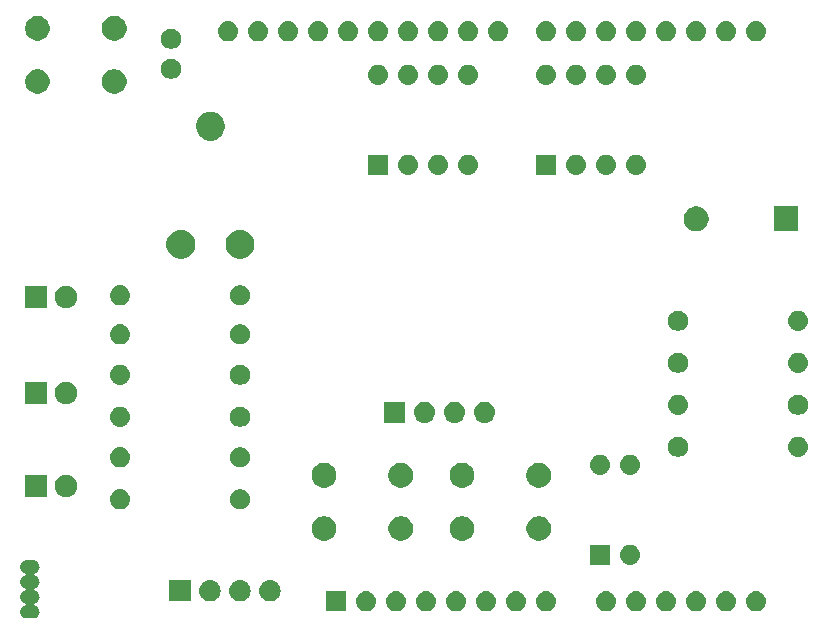
<source format=gbr>
G04 #@! TF.GenerationSoftware,KiCad,Pcbnew,(5.1.4-0-10_14)*
G04 #@! TF.CreationDate,2020-06-08T18:04:02+02:00*
G04 #@! TF.ProjectId,myShield,6d795368-6965-46c6-942e-6b696361645f,rev?*
G04 #@! TF.SameCoordinates,Original*
G04 #@! TF.FileFunction,Soldermask,Top*
G04 #@! TF.FilePolarity,Negative*
%FSLAX46Y46*%
G04 Gerber Fmt 4.6, Leading zero omitted, Abs format (unit mm)*
G04 Created by KiCad (PCBNEW (5.1.4-0-10_14)) date 2020-06-08 18:04:02*
%MOMM*%
%LPD*%
G04 APERTURE LIST*
%ADD10C,0.100000*%
G04 APERTURE END LIST*
D10*
G36*
X105526015Y-111724973D02*
G01*
X105629879Y-111756479D01*
X105657055Y-111771005D01*
X105725600Y-111807643D01*
X105809501Y-111876499D01*
X105878357Y-111960400D01*
X105914995Y-112028945D01*
X105929521Y-112056121D01*
X105961027Y-112159985D01*
X105971666Y-112268000D01*
X105961027Y-112376015D01*
X105929521Y-112479879D01*
X105929519Y-112479882D01*
X105878357Y-112575600D01*
X105809501Y-112659501D01*
X105725600Y-112728357D01*
X105657055Y-112764995D01*
X105629879Y-112779521D01*
X105617131Y-112783388D01*
X105594504Y-112792760D01*
X105574130Y-112806374D01*
X105556803Y-112823701D01*
X105543189Y-112844075D01*
X105533812Y-112866714D01*
X105529031Y-112890747D01*
X105529031Y-112915251D01*
X105533811Y-112939285D01*
X105543188Y-112961924D01*
X105556802Y-112982298D01*
X105574129Y-112999625D01*
X105594503Y-113013239D01*
X105617131Y-113022612D01*
X105629879Y-113026479D01*
X105657055Y-113041005D01*
X105725600Y-113077643D01*
X105809501Y-113146499D01*
X105878357Y-113230400D01*
X105914995Y-113298945D01*
X105929521Y-113326121D01*
X105961027Y-113429985D01*
X105971666Y-113538000D01*
X105961027Y-113646015D01*
X105929521Y-113749879D01*
X105929519Y-113749882D01*
X105878357Y-113845600D01*
X105809501Y-113929501D01*
X105725600Y-113998357D01*
X105657055Y-114034995D01*
X105629879Y-114049521D01*
X105617131Y-114053388D01*
X105594504Y-114062760D01*
X105574130Y-114076374D01*
X105556803Y-114093701D01*
X105543189Y-114114075D01*
X105533812Y-114136714D01*
X105529031Y-114160747D01*
X105529031Y-114185251D01*
X105533811Y-114209285D01*
X105543188Y-114231924D01*
X105556802Y-114252298D01*
X105574129Y-114269625D01*
X105594503Y-114283239D01*
X105617131Y-114292612D01*
X105629879Y-114296479D01*
X105636466Y-114300000D01*
X105725600Y-114347643D01*
X105809501Y-114416499D01*
X105878357Y-114500400D01*
X105914995Y-114568945D01*
X105929521Y-114596121D01*
X105961027Y-114699985D01*
X105971666Y-114808000D01*
X105961027Y-114916015D01*
X105929521Y-115019879D01*
X105914995Y-115047055D01*
X105878357Y-115115600D01*
X105809501Y-115199501D01*
X105725600Y-115268357D01*
X105657055Y-115304995D01*
X105629879Y-115319521D01*
X105617131Y-115323388D01*
X105594504Y-115332760D01*
X105574130Y-115346374D01*
X105556803Y-115363701D01*
X105543189Y-115384075D01*
X105533812Y-115406714D01*
X105529031Y-115430747D01*
X105529031Y-115455251D01*
X105533811Y-115479285D01*
X105543188Y-115501924D01*
X105556802Y-115522298D01*
X105574129Y-115539625D01*
X105594503Y-115553239D01*
X105617131Y-115562612D01*
X105629879Y-115566479D01*
X105657055Y-115581005D01*
X105725600Y-115617643D01*
X105809501Y-115686499D01*
X105878357Y-115770400D01*
X105914995Y-115838945D01*
X105929521Y-115866121D01*
X105961027Y-115969985D01*
X105971666Y-116078000D01*
X105961027Y-116186015D01*
X105929521Y-116289879D01*
X105929519Y-116289882D01*
X105878357Y-116385600D01*
X105809501Y-116469501D01*
X105725600Y-116538357D01*
X105657055Y-116574995D01*
X105629879Y-116589521D01*
X105526015Y-116621027D01*
X105445067Y-116629000D01*
X104866933Y-116629000D01*
X104785985Y-116621027D01*
X104682121Y-116589521D01*
X104654945Y-116574995D01*
X104586400Y-116538357D01*
X104502499Y-116469501D01*
X104433643Y-116385600D01*
X104382481Y-116289882D01*
X104382479Y-116289879D01*
X104350973Y-116186015D01*
X104340334Y-116078000D01*
X104350973Y-115969985D01*
X104382479Y-115866121D01*
X104397005Y-115838945D01*
X104433643Y-115770400D01*
X104502499Y-115686499D01*
X104586400Y-115617643D01*
X104654945Y-115581005D01*
X104682121Y-115566479D01*
X104694869Y-115562612D01*
X104717496Y-115553240D01*
X104737870Y-115539626D01*
X104755197Y-115522299D01*
X104768811Y-115501925D01*
X104778188Y-115479286D01*
X104782969Y-115455253D01*
X104782969Y-115430749D01*
X104778189Y-115406715D01*
X104768812Y-115384076D01*
X104755198Y-115363702D01*
X104737871Y-115346375D01*
X104717497Y-115332761D01*
X104694869Y-115323388D01*
X104682121Y-115319521D01*
X104654945Y-115304995D01*
X104586400Y-115268357D01*
X104502499Y-115199501D01*
X104433643Y-115115600D01*
X104397005Y-115047055D01*
X104382479Y-115019879D01*
X104350973Y-114916015D01*
X104340334Y-114808000D01*
X104350973Y-114699985D01*
X104382479Y-114596121D01*
X104397005Y-114568945D01*
X104433643Y-114500400D01*
X104502499Y-114416499D01*
X104586400Y-114347643D01*
X104675534Y-114300000D01*
X104682121Y-114296479D01*
X104694869Y-114292612D01*
X104717496Y-114283240D01*
X104737870Y-114269626D01*
X104755197Y-114252299D01*
X104768811Y-114231925D01*
X104778188Y-114209286D01*
X104782969Y-114185253D01*
X104782969Y-114160749D01*
X104778189Y-114136715D01*
X104768812Y-114114076D01*
X104755198Y-114093702D01*
X104737871Y-114076375D01*
X104717497Y-114062761D01*
X104694869Y-114053388D01*
X104682121Y-114049521D01*
X104654945Y-114034995D01*
X104586400Y-113998357D01*
X104502499Y-113929501D01*
X104433643Y-113845600D01*
X104382481Y-113749882D01*
X104382479Y-113749879D01*
X104350973Y-113646015D01*
X104340334Y-113538000D01*
X104350973Y-113429985D01*
X104382479Y-113326121D01*
X104397005Y-113298945D01*
X104433643Y-113230400D01*
X104502499Y-113146499D01*
X104586400Y-113077643D01*
X104654945Y-113041005D01*
X104682121Y-113026479D01*
X104694869Y-113022612D01*
X104717496Y-113013240D01*
X104737870Y-112999626D01*
X104755197Y-112982299D01*
X104768811Y-112961925D01*
X104778188Y-112939286D01*
X104782969Y-112915253D01*
X104782969Y-112890749D01*
X104778189Y-112866715D01*
X104768812Y-112844076D01*
X104755198Y-112823702D01*
X104737871Y-112806375D01*
X104717497Y-112792761D01*
X104694869Y-112783388D01*
X104682121Y-112779521D01*
X104654945Y-112764995D01*
X104586400Y-112728357D01*
X104502499Y-112659501D01*
X104433643Y-112575600D01*
X104382481Y-112479882D01*
X104382479Y-112479879D01*
X104350973Y-112376015D01*
X104340334Y-112268000D01*
X104350973Y-112159985D01*
X104382479Y-112056121D01*
X104397005Y-112028945D01*
X104433643Y-111960400D01*
X104502499Y-111876499D01*
X104586400Y-111807643D01*
X104654945Y-111771005D01*
X104682121Y-111756479D01*
X104785985Y-111724973D01*
X104866933Y-111717000D01*
X105445067Y-111717000D01*
X105526015Y-111724973D01*
X105526015Y-111724973D01*
G37*
G36*
X164250823Y-114350313D02*
G01*
X164411242Y-114398976D01*
X164543906Y-114469886D01*
X164559078Y-114477996D01*
X164688659Y-114584341D01*
X164795004Y-114713922D01*
X164795005Y-114713924D01*
X164874024Y-114861758D01*
X164922687Y-115022177D01*
X164939117Y-115189000D01*
X164922687Y-115355823D01*
X164874024Y-115516242D01*
X164819824Y-115617643D01*
X164795004Y-115664078D01*
X164688659Y-115793659D01*
X164559078Y-115900004D01*
X164559076Y-115900005D01*
X164411242Y-115979024D01*
X164250823Y-116027687D01*
X164125804Y-116040000D01*
X164042196Y-116040000D01*
X163917177Y-116027687D01*
X163756758Y-115979024D01*
X163608924Y-115900005D01*
X163608922Y-115900004D01*
X163479341Y-115793659D01*
X163372996Y-115664078D01*
X163348176Y-115617643D01*
X163293976Y-115516242D01*
X163245313Y-115355823D01*
X163228883Y-115189000D01*
X163245313Y-115022177D01*
X163293976Y-114861758D01*
X163372995Y-114713924D01*
X163372996Y-114713922D01*
X163479341Y-114584341D01*
X163608922Y-114477996D01*
X163624094Y-114469886D01*
X163756758Y-114398976D01*
X163917177Y-114350313D01*
X164042196Y-114338000D01*
X164125804Y-114338000D01*
X164250823Y-114350313D01*
X164250823Y-114350313D01*
G37*
G36*
X161710823Y-114350313D02*
G01*
X161871242Y-114398976D01*
X162003906Y-114469886D01*
X162019078Y-114477996D01*
X162148659Y-114584341D01*
X162255004Y-114713922D01*
X162255005Y-114713924D01*
X162334024Y-114861758D01*
X162382687Y-115022177D01*
X162399117Y-115189000D01*
X162382687Y-115355823D01*
X162334024Y-115516242D01*
X162279824Y-115617643D01*
X162255004Y-115664078D01*
X162148659Y-115793659D01*
X162019078Y-115900004D01*
X162019076Y-115900005D01*
X161871242Y-115979024D01*
X161710823Y-116027687D01*
X161585804Y-116040000D01*
X161502196Y-116040000D01*
X161377177Y-116027687D01*
X161216758Y-115979024D01*
X161068924Y-115900005D01*
X161068922Y-115900004D01*
X160939341Y-115793659D01*
X160832996Y-115664078D01*
X160808176Y-115617643D01*
X160753976Y-115516242D01*
X160705313Y-115355823D01*
X160688883Y-115189000D01*
X160705313Y-115022177D01*
X160753976Y-114861758D01*
X160832995Y-114713924D01*
X160832996Y-114713922D01*
X160939341Y-114584341D01*
X161068922Y-114477996D01*
X161084094Y-114469886D01*
X161216758Y-114398976D01*
X161377177Y-114350313D01*
X161502196Y-114338000D01*
X161585804Y-114338000D01*
X161710823Y-114350313D01*
X161710823Y-114350313D01*
G37*
G36*
X159170823Y-114350313D02*
G01*
X159331242Y-114398976D01*
X159463906Y-114469886D01*
X159479078Y-114477996D01*
X159608659Y-114584341D01*
X159715004Y-114713922D01*
X159715005Y-114713924D01*
X159794024Y-114861758D01*
X159842687Y-115022177D01*
X159859117Y-115189000D01*
X159842687Y-115355823D01*
X159794024Y-115516242D01*
X159739824Y-115617643D01*
X159715004Y-115664078D01*
X159608659Y-115793659D01*
X159479078Y-115900004D01*
X159479076Y-115900005D01*
X159331242Y-115979024D01*
X159170823Y-116027687D01*
X159045804Y-116040000D01*
X158962196Y-116040000D01*
X158837177Y-116027687D01*
X158676758Y-115979024D01*
X158528924Y-115900005D01*
X158528922Y-115900004D01*
X158399341Y-115793659D01*
X158292996Y-115664078D01*
X158268176Y-115617643D01*
X158213976Y-115516242D01*
X158165313Y-115355823D01*
X158148883Y-115189000D01*
X158165313Y-115022177D01*
X158213976Y-114861758D01*
X158292995Y-114713924D01*
X158292996Y-114713922D01*
X158399341Y-114584341D01*
X158528922Y-114477996D01*
X158544094Y-114469886D01*
X158676758Y-114398976D01*
X158837177Y-114350313D01*
X158962196Y-114338000D01*
X159045804Y-114338000D01*
X159170823Y-114350313D01*
X159170823Y-114350313D01*
G37*
G36*
X156630823Y-114350313D02*
G01*
X156791242Y-114398976D01*
X156923906Y-114469886D01*
X156939078Y-114477996D01*
X157068659Y-114584341D01*
X157175004Y-114713922D01*
X157175005Y-114713924D01*
X157254024Y-114861758D01*
X157302687Y-115022177D01*
X157319117Y-115189000D01*
X157302687Y-115355823D01*
X157254024Y-115516242D01*
X157199824Y-115617643D01*
X157175004Y-115664078D01*
X157068659Y-115793659D01*
X156939078Y-115900004D01*
X156939076Y-115900005D01*
X156791242Y-115979024D01*
X156630823Y-116027687D01*
X156505804Y-116040000D01*
X156422196Y-116040000D01*
X156297177Y-116027687D01*
X156136758Y-115979024D01*
X155988924Y-115900005D01*
X155988922Y-115900004D01*
X155859341Y-115793659D01*
X155752996Y-115664078D01*
X155728176Y-115617643D01*
X155673976Y-115516242D01*
X155625313Y-115355823D01*
X155608883Y-115189000D01*
X155625313Y-115022177D01*
X155673976Y-114861758D01*
X155752995Y-114713924D01*
X155752996Y-114713922D01*
X155859341Y-114584341D01*
X155988922Y-114477996D01*
X156004094Y-114469886D01*
X156136758Y-114398976D01*
X156297177Y-114350313D01*
X156422196Y-114338000D01*
X156505804Y-114338000D01*
X156630823Y-114350313D01*
X156630823Y-114350313D01*
G37*
G36*
X154090823Y-114350313D02*
G01*
X154251242Y-114398976D01*
X154383906Y-114469886D01*
X154399078Y-114477996D01*
X154528659Y-114584341D01*
X154635004Y-114713922D01*
X154635005Y-114713924D01*
X154714024Y-114861758D01*
X154762687Y-115022177D01*
X154779117Y-115189000D01*
X154762687Y-115355823D01*
X154714024Y-115516242D01*
X154659824Y-115617643D01*
X154635004Y-115664078D01*
X154528659Y-115793659D01*
X154399078Y-115900004D01*
X154399076Y-115900005D01*
X154251242Y-115979024D01*
X154090823Y-116027687D01*
X153965804Y-116040000D01*
X153882196Y-116040000D01*
X153757177Y-116027687D01*
X153596758Y-115979024D01*
X153448924Y-115900005D01*
X153448922Y-115900004D01*
X153319341Y-115793659D01*
X153212996Y-115664078D01*
X153188176Y-115617643D01*
X153133976Y-115516242D01*
X153085313Y-115355823D01*
X153068883Y-115189000D01*
X153085313Y-115022177D01*
X153133976Y-114861758D01*
X153212995Y-114713924D01*
X153212996Y-114713922D01*
X153319341Y-114584341D01*
X153448922Y-114477996D01*
X153464094Y-114469886D01*
X153596758Y-114398976D01*
X153757177Y-114350313D01*
X153882196Y-114338000D01*
X153965804Y-114338000D01*
X154090823Y-114350313D01*
X154090823Y-114350313D01*
G37*
G36*
X149010823Y-114350313D02*
G01*
X149171242Y-114398976D01*
X149303906Y-114469886D01*
X149319078Y-114477996D01*
X149448659Y-114584341D01*
X149555004Y-114713922D01*
X149555005Y-114713924D01*
X149634024Y-114861758D01*
X149682687Y-115022177D01*
X149699117Y-115189000D01*
X149682687Y-115355823D01*
X149634024Y-115516242D01*
X149579824Y-115617643D01*
X149555004Y-115664078D01*
X149448659Y-115793659D01*
X149319078Y-115900004D01*
X149319076Y-115900005D01*
X149171242Y-115979024D01*
X149010823Y-116027687D01*
X148885804Y-116040000D01*
X148802196Y-116040000D01*
X148677177Y-116027687D01*
X148516758Y-115979024D01*
X148368924Y-115900005D01*
X148368922Y-115900004D01*
X148239341Y-115793659D01*
X148132996Y-115664078D01*
X148108176Y-115617643D01*
X148053976Y-115516242D01*
X148005313Y-115355823D01*
X147988883Y-115189000D01*
X148005313Y-115022177D01*
X148053976Y-114861758D01*
X148132995Y-114713924D01*
X148132996Y-114713922D01*
X148239341Y-114584341D01*
X148368922Y-114477996D01*
X148384094Y-114469886D01*
X148516758Y-114398976D01*
X148677177Y-114350313D01*
X148802196Y-114338000D01*
X148885804Y-114338000D01*
X149010823Y-114350313D01*
X149010823Y-114350313D01*
G37*
G36*
X146470823Y-114350313D02*
G01*
X146631242Y-114398976D01*
X146763906Y-114469886D01*
X146779078Y-114477996D01*
X146908659Y-114584341D01*
X147015004Y-114713922D01*
X147015005Y-114713924D01*
X147094024Y-114861758D01*
X147142687Y-115022177D01*
X147159117Y-115189000D01*
X147142687Y-115355823D01*
X147094024Y-115516242D01*
X147039824Y-115617643D01*
X147015004Y-115664078D01*
X146908659Y-115793659D01*
X146779078Y-115900004D01*
X146779076Y-115900005D01*
X146631242Y-115979024D01*
X146470823Y-116027687D01*
X146345804Y-116040000D01*
X146262196Y-116040000D01*
X146137177Y-116027687D01*
X145976758Y-115979024D01*
X145828924Y-115900005D01*
X145828922Y-115900004D01*
X145699341Y-115793659D01*
X145592996Y-115664078D01*
X145568176Y-115617643D01*
X145513976Y-115516242D01*
X145465313Y-115355823D01*
X145448883Y-115189000D01*
X145465313Y-115022177D01*
X145513976Y-114861758D01*
X145592995Y-114713924D01*
X145592996Y-114713922D01*
X145699341Y-114584341D01*
X145828922Y-114477996D01*
X145844094Y-114469886D01*
X145976758Y-114398976D01*
X146137177Y-114350313D01*
X146262196Y-114338000D01*
X146345804Y-114338000D01*
X146470823Y-114350313D01*
X146470823Y-114350313D01*
G37*
G36*
X143930823Y-114350313D02*
G01*
X144091242Y-114398976D01*
X144223906Y-114469886D01*
X144239078Y-114477996D01*
X144368659Y-114584341D01*
X144475004Y-114713922D01*
X144475005Y-114713924D01*
X144554024Y-114861758D01*
X144602687Y-115022177D01*
X144619117Y-115189000D01*
X144602687Y-115355823D01*
X144554024Y-115516242D01*
X144499824Y-115617643D01*
X144475004Y-115664078D01*
X144368659Y-115793659D01*
X144239078Y-115900004D01*
X144239076Y-115900005D01*
X144091242Y-115979024D01*
X143930823Y-116027687D01*
X143805804Y-116040000D01*
X143722196Y-116040000D01*
X143597177Y-116027687D01*
X143436758Y-115979024D01*
X143288924Y-115900005D01*
X143288922Y-115900004D01*
X143159341Y-115793659D01*
X143052996Y-115664078D01*
X143028176Y-115617643D01*
X142973976Y-115516242D01*
X142925313Y-115355823D01*
X142908883Y-115189000D01*
X142925313Y-115022177D01*
X142973976Y-114861758D01*
X143052995Y-114713924D01*
X143052996Y-114713922D01*
X143159341Y-114584341D01*
X143288922Y-114477996D01*
X143304094Y-114469886D01*
X143436758Y-114398976D01*
X143597177Y-114350313D01*
X143722196Y-114338000D01*
X143805804Y-114338000D01*
X143930823Y-114350313D01*
X143930823Y-114350313D01*
G37*
G36*
X141390823Y-114350313D02*
G01*
X141551242Y-114398976D01*
X141683906Y-114469886D01*
X141699078Y-114477996D01*
X141828659Y-114584341D01*
X141935004Y-114713922D01*
X141935005Y-114713924D01*
X142014024Y-114861758D01*
X142062687Y-115022177D01*
X142079117Y-115189000D01*
X142062687Y-115355823D01*
X142014024Y-115516242D01*
X141959824Y-115617643D01*
X141935004Y-115664078D01*
X141828659Y-115793659D01*
X141699078Y-115900004D01*
X141699076Y-115900005D01*
X141551242Y-115979024D01*
X141390823Y-116027687D01*
X141265804Y-116040000D01*
X141182196Y-116040000D01*
X141057177Y-116027687D01*
X140896758Y-115979024D01*
X140748924Y-115900005D01*
X140748922Y-115900004D01*
X140619341Y-115793659D01*
X140512996Y-115664078D01*
X140488176Y-115617643D01*
X140433976Y-115516242D01*
X140385313Y-115355823D01*
X140368883Y-115189000D01*
X140385313Y-115022177D01*
X140433976Y-114861758D01*
X140512995Y-114713924D01*
X140512996Y-114713922D01*
X140619341Y-114584341D01*
X140748922Y-114477996D01*
X140764094Y-114469886D01*
X140896758Y-114398976D01*
X141057177Y-114350313D01*
X141182196Y-114338000D01*
X141265804Y-114338000D01*
X141390823Y-114350313D01*
X141390823Y-114350313D01*
G37*
G36*
X138850823Y-114350313D02*
G01*
X139011242Y-114398976D01*
X139143906Y-114469886D01*
X139159078Y-114477996D01*
X139288659Y-114584341D01*
X139395004Y-114713922D01*
X139395005Y-114713924D01*
X139474024Y-114861758D01*
X139522687Y-115022177D01*
X139539117Y-115189000D01*
X139522687Y-115355823D01*
X139474024Y-115516242D01*
X139419824Y-115617643D01*
X139395004Y-115664078D01*
X139288659Y-115793659D01*
X139159078Y-115900004D01*
X139159076Y-115900005D01*
X139011242Y-115979024D01*
X138850823Y-116027687D01*
X138725804Y-116040000D01*
X138642196Y-116040000D01*
X138517177Y-116027687D01*
X138356758Y-115979024D01*
X138208924Y-115900005D01*
X138208922Y-115900004D01*
X138079341Y-115793659D01*
X137972996Y-115664078D01*
X137948176Y-115617643D01*
X137893976Y-115516242D01*
X137845313Y-115355823D01*
X137828883Y-115189000D01*
X137845313Y-115022177D01*
X137893976Y-114861758D01*
X137972995Y-114713924D01*
X137972996Y-114713922D01*
X138079341Y-114584341D01*
X138208922Y-114477996D01*
X138224094Y-114469886D01*
X138356758Y-114398976D01*
X138517177Y-114350313D01*
X138642196Y-114338000D01*
X138725804Y-114338000D01*
X138850823Y-114350313D01*
X138850823Y-114350313D01*
G37*
G36*
X136310823Y-114350313D02*
G01*
X136471242Y-114398976D01*
X136603906Y-114469886D01*
X136619078Y-114477996D01*
X136748659Y-114584341D01*
X136855004Y-114713922D01*
X136855005Y-114713924D01*
X136934024Y-114861758D01*
X136982687Y-115022177D01*
X136999117Y-115189000D01*
X136982687Y-115355823D01*
X136934024Y-115516242D01*
X136879824Y-115617643D01*
X136855004Y-115664078D01*
X136748659Y-115793659D01*
X136619078Y-115900004D01*
X136619076Y-115900005D01*
X136471242Y-115979024D01*
X136310823Y-116027687D01*
X136185804Y-116040000D01*
X136102196Y-116040000D01*
X135977177Y-116027687D01*
X135816758Y-115979024D01*
X135668924Y-115900005D01*
X135668922Y-115900004D01*
X135539341Y-115793659D01*
X135432996Y-115664078D01*
X135408176Y-115617643D01*
X135353976Y-115516242D01*
X135305313Y-115355823D01*
X135288883Y-115189000D01*
X135305313Y-115022177D01*
X135353976Y-114861758D01*
X135432995Y-114713924D01*
X135432996Y-114713922D01*
X135539341Y-114584341D01*
X135668922Y-114477996D01*
X135684094Y-114469886D01*
X135816758Y-114398976D01*
X135977177Y-114350313D01*
X136102196Y-114338000D01*
X136185804Y-114338000D01*
X136310823Y-114350313D01*
X136310823Y-114350313D01*
G37*
G36*
X133770823Y-114350313D02*
G01*
X133931242Y-114398976D01*
X134063906Y-114469886D01*
X134079078Y-114477996D01*
X134208659Y-114584341D01*
X134315004Y-114713922D01*
X134315005Y-114713924D01*
X134394024Y-114861758D01*
X134442687Y-115022177D01*
X134459117Y-115189000D01*
X134442687Y-115355823D01*
X134394024Y-115516242D01*
X134339824Y-115617643D01*
X134315004Y-115664078D01*
X134208659Y-115793659D01*
X134079078Y-115900004D01*
X134079076Y-115900005D01*
X133931242Y-115979024D01*
X133770823Y-116027687D01*
X133645804Y-116040000D01*
X133562196Y-116040000D01*
X133437177Y-116027687D01*
X133276758Y-115979024D01*
X133128924Y-115900005D01*
X133128922Y-115900004D01*
X132999341Y-115793659D01*
X132892996Y-115664078D01*
X132868176Y-115617643D01*
X132813976Y-115516242D01*
X132765313Y-115355823D01*
X132748883Y-115189000D01*
X132765313Y-115022177D01*
X132813976Y-114861758D01*
X132892995Y-114713924D01*
X132892996Y-114713922D01*
X132999341Y-114584341D01*
X133128922Y-114477996D01*
X133144094Y-114469886D01*
X133276758Y-114398976D01*
X133437177Y-114350313D01*
X133562196Y-114338000D01*
X133645804Y-114338000D01*
X133770823Y-114350313D01*
X133770823Y-114350313D01*
G37*
G36*
X131915000Y-116040000D02*
G01*
X130213000Y-116040000D01*
X130213000Y-114338000D01*
X131915000Y-114338000D01*
X131915000Y-116040000D01*
X131915000Y-116040000D01*
G37*
G36*
X166790823Y-114350313D02*
G01*
X166951242Y-114398976D01*
X167083906Y-114469886D01*
X167099078Y-114477996D01*
X167228659Y-114584341D01*
X167335004Y-114713922D01*
X167335005Y-114713924D01*
X167414024Y-114861758D01*
X167462687Y-115022177D01*
X167479117Y-115189000D01*
X167462687Y-115355823D01*
X167414024Y-115516242D01*
X167359824Y-115617643D01*
X167335004Y-115664078D01*
X167228659Y-115793659D01*
X167099078Y-115900004D01*
X167099076Y-115900005D01*
X166951242Y-115979024D01*
X166790823Y-116027687D01*
X166665804Y-116040000D01*
X166582196Y-116040000D01*
X166457177Y-116027687D01*
X166296758Y-115979024D01*
X166148924Y-115900005D01*
X166148922Y-115900004D01*
X166019341Y-115793659D01*
X165912996Y-115664078D01*
X165888176Y-115617643D01*
X165833976Y-115516242D01*
X165785313Y-115355823D01*
X165768883Y-115189000D01*
X165785313Y-115022177D01*
X165833976Y-114861758D01*
X165912995Y-114713924D01*
X165912996Y-114713922D01*
X166019341Y-114584341D01*
X166148922Y-114477996D01*
X166164094Y-114469886D01*
X166296758Y-114398976D01*
X166457177Y-114350313D01*
X166582196Y-114338000D01*
X166665804Y-114338000D01*
X166790823Y-114350313D01*
X166790823Y-114350313D01*
G37*
G36*
X118757000Y-115201000D02*
G01*
X116955000Y-115201000D01*
X116955000Y-113399000D01*
X118757000Y-113399000D01*
X118757000Y-115201000D01*
X118757000Y-115201000D01*
G37*
G36*
X120506443Y-113405519D02*
G01*
X120572627Y-113412037D01*
X120742466Y-113463557D01*
X120898991Y-113547222D01*
X120934729Y-113576552D01*
X121036186Y-113659814D01*
X121110099Y-113749879D01*
X121148778Y-113797009D01*
X121232443Y-113953534D01*
X121283963Y-114123373D01*
X121301359Y-114300000D01*
X121283963Y-114476627D01*
X121232443Y-114646466D01*
X121148778Y-114802991D01*
X121144667Y-114808000D01*
X121036186Y-114940186D01*
X120939078Y-115019879D01*
X120898991Y-115052778D01*
X120742466Y-115136443D01*
X120572627Y-115187963D01*
X120506442Y-115194482D01*
X120440260Y-115201000D01*
X120351740Y-115201000D01*
X120285558Y-115194482D01*
X120219373Y-115187963D01*
X120049534Y-115136443D01*
X119893009Y-115052778D01*
X119852922Y-115019879D01*
X119755814Y-114940186D01*
X119647333Y-114808000D01*
X119643222Y-114802991D01*
X119559557Y-114646466D01*
X119508037Y-114476627D01*
X119490641Y-114300000D01*
X119508037Y-114123373D01*
X119559557Y-113953534D01*
X119643222Y-113797009D01*
X119681901Y-113749879D01*
X119755814Y-113659814D01*
X119857271Y-113576552D01*
X119893009Y-113547222D01*
X120049534Y-113463557D01*
X120219373Y-113412037D01*
X120285557Y-113405519D01*
X120351740Y-113399000D01*
X120440260Y-113399000D01*
X120506443Y-113405519D01*
X120506443Y-113405519D01*
G37*
G36*
X123046443Y-113405519D02*
G01*
X123112627Y-113412037D01*
X123282466Y-113463557D01*
X123438991Y-113547222D01*
X123474729Y-113576552D01*
X123576186Y-113659814D01*
X123650099Y-113749879D01*
X123688778Y-113797009D01*
X123772443Y-113953534D01*
X123823963Y-114123373D01*
X123841359Y-114300000D01*
X123823963Y-114476627D01*
X123772443Y-114646466D01*
X123688778Y-114802991D01*
X123684667Y-114808000D01*
X123576186Y-114940186D01*
X123479078Y-115019879D01*
X123438991Y-115052778D01*
X123282466Y-115136443D01*
X123112627Y-115187963D01*
X123046442Y-115194482D01*
X122980260Y-115201000D01*
X122891740Y-115201000D01*
X122825558Y-115194482D01*
X122759373Y-115187963D01*
X122589534Y-115136443D01*
X122433009Y-115052778D01*
X122392922Y-115019879D01*
X122295814Y-114940186D01*
X122187333Y-114808000D01*
X122183222Y-114802991D01*
X122099557Y-114646466D01*
X122048037Y-114476627D01*
X122030641Y-114300000D01*
X122048037Y-114123373D01*
X122099557Y-113953534D01*
X122183222Y-113797009D01*
X122221901Y-113749879D01*
X122295814Y-113659814D01*
X122397271Y-113576552D01*
X122433009Y-113547222D01*
X122589534Y-113463557D01*
X122759373Y-113412037D01*
X122825557Y-113405519D01*
X122891740Y-113399000D01*
X122980260Y-113399000D01*
X123046443Y-113405519D01*
X123046443Y-113405519D01*
G37*
G36*
X125586443Y-113405519D02*
G01*
X125652627Y-113412037D01*
X125822466Y-113463557D01*
X125978991Y-113547222D01*
X126014729Y-113576552D01*
X126116186Y-113659814D01*
X126190099Y-113749879D01*
X126228778Y-113797009D01*
X126312443Y-113953534D01*
X126363963Y-114123373D01*
X126381359Y-114300000D01*
X126363963Y-114476627D01*
X126312443Y-114646466D01*
X126228778Y-114802991D01*
X126224667Y-114808000D01*
X126116186Y-114940186D01*
X126019078Y-115019879D01*
X125978991Y-115052778D01*
X125822466Y-115136443D01*
X125652627Y-115187963D01*
X125586442Y-115194482D01*
X125520260Y-115201000D01*
X125431740Y-115201000D01*
X125365558Y-115194482D01*
X125299373Y-115187963D01*
X125129534Y-115136443D01*
X124973009Y-115052778D01*
X124932922Y-115019879D01*
X124835814Y-114940186D01*
X124727333Y-114808000D01*
X124723222Y-114802991D01*
X124639557Y-114646466D01*
X124588037Y-114476627D01*
X124570641Y-114300000D01*
X124588037Y-114123373D01*
X124639557Y-113953534D01*
X124723222Y-113797009D01*
X124761901Y-113749879D01*
X124835814Y-113659814D01*
X124937271Y-113576552D01*
X124973009Y-113547222D01*
X125129534Y-113463557D01*
X125299373Y-113412037D01*
X125365557Y-113405519D01*
X125431740Y-113399000D01*
X125520260Y-113399000D01*
X125586443Y-113405519D01*
X125586443Y-113405519D01*
G37*
G36*
X154267000Y-112103000D02*
G01*
X152565000Y-112103000D01*
X152565000Y-110401000D01*
X154267000Y-110401000D01*
X154267000Y-112103000D01*
X154267000Y-112103000D01*
G37*
G36*
X156122823Y-110413313D02*
G01*
X156283242Y-110461976D01*
X156415906Y-110532886D01*
X156431078Y-110540996D01*
X156560659Y-110647341D01*
X156667004Y-110776922D01*
X156667005Y-110776924D01*
X156746024Y-110924758D01*
X156794687Y-111085177D01*
X156811117Y-111252000D01*
X156794687Y-111418823D01*
X156746024Y-111579242D01*
X156675114Y-111711906D01*
X156667004Y-111727078D01*
X156560659Y-111856659D01*
X156431078Y-111963004D01*
X156431076Y-111963005D01*
X156283242Y-112042024D01*
X156122823Y-112090687D01*
X155997804Y-112103000D01*
X155914196Y-112103000D01*
X155789177Y-112090687D01*
X155628758Y-112042024D01*
X155480924Y-111963005D01*
X155480922Y-111963004D01*
X155351341Y-111856659D01*
X155244996Y-111727078D01*
X155236886Y-111711906D01*
X155165976Y-111579242D01*
X155117313Y-111418823D01*
X155100883Y-111252000D01*
X155117313Y-111085177D01*
X155165976Y-110924758D01*
X155244995Y-110776924D01*
X155244996Y-110776922D01*
X155351341Y-110647341D01*
X155480922Y-110540996D01*
X155496094Y-110532886D01*
X155628758Y-110461976D01*
X155789177Y-110413313D01*
X155914196Y-110401000D01*
X155997804Y-110401000D01*
X156122823Y-110413313D01*
X156122823Y-110413313D01*
G37*
G36*
X130354564Y-108010389D02*
G01*
X130545833Y-108089615D01*
X130545835Y-108089616D01*
X130717973Y-108204635D01*
X130864365Y-108351027D01*
X130979385Y-108523167D01*
X131058611Y-108714436D01*
X131099000Y-108917484D01*
X131099000Y-109124516D01*
X131058611Y-109327564D01*
X130979385Y-109518833D01*
X130979384Y-109518835D01*
X130864365Y-109690973D01*
X130717973Y-109837365D01*
X130545835Y-109952384D01*
X130545834Y-109952385D01*
X130545833Y-109952385D01*
X130354564Y-110031611D01*
X130151516Y-110072000D01*
X129944484Y-110072000D01*
X129741436Y-110031611D01*
X129550167Y-109952385D01*
X129550166Y-109952385D01*
X129550165Y-109952384D01*
X129378027Y-109837365D01*
X129231635Y-109690973D01*
X129116616Y-109518835D01*
X129116615Y-109518833D01*
X129037389Y-109327564D01*
X128997000Y-109124516D01*
X128997000Y-108917484D01*
X129037389Y-108714436D01*
X129116615Y-108523167D01*
X129231635Y-108351027D01*
X129378027Y-108204635D01*
X129550165Y-108089616D01*
X129550167Y-108089615D01*
X129741436Y-108010389D01*
X129944484Y-107970000D01*
X130151516Y-107970000D01*
X130354564Y-108010389D01*
X130354564Y-108010389D01*
G37*
G36*
X136854564Y-108010389D02*
G01*
X137045833Y-108089615D01*
X137045835Y-108089616D01*
X137217973Y-108204635D01*
X137364365Y-108351027D01*
X137479385Y-108523167D01*
X137558611Y-108714436D01*
X137599000Y-108917484D01*
X137599000Y-109124516D01*
X137558611Y-109327564D01*
X137479385Y-109518833D01*
X137479384Y-109518835D01*
X137364365Y-109690973D01*
X137217973Y-109837365D01*
X137045835Y-109952384D01*
X137045834Y-109952385D01*
X137045833Y-109952385D01*
X136854564Y-110031611D01*
X136651516Y-110072000D01*
X136444484Y-110072000D01*
X136241436Y-110031611D01*
X136050167Y-109952385D01*
X136050166Y-109952385D01*
X136050165Y-109952384D01*
X135878027Y-109837365D01*
X135731635Y-109690973D01*
X135616616Y-109518835D01*
X135616615Y-109518833D01*
X135537389Y-109327564D01*
X135497000Y-109124516D01*
X135497000Y-108917484D01*
X135537389Y-108714436D01*
X135616615Y-108523167D01*
X135731635Y-108351027D01*
X135878027Y-108204635D01*
X136050165Y-108089616D01*
X136050167Y-108089615D01*
X136241436Y-108010389D01*
X136444484Y-107970000D01*
X136651516Y-107970000D01*
X136854564Y-108010389D01*
X136854564Y-108010389D01*
G37*
G36*
X148538564Y-108010389D02*
G01*
X148729833Y-108089615D01*
X148729835Y-108089616D01*
X148901973Y-108204635D01*
X149048365Y-108351027D01*
X149163385Y-108523167D01*
X149242611Y-108714436D01*
X149283000Y-108917484D01*
X149283000Y-109124516D01*
X149242611Y-109327564D01*
X149163385Y-109518833D01*
X149163384Y-109518835D01*
X149048365Y-109690973D01*
X148901973Y-109837365D01*
X148729835Y-109952384D01*
X148729834Y-109952385D01*
X148729833Y-109952385D01*
X148538564Y-110031611D01*
X148335516Y-110072000D01*
X148128484Y-110072000D01*
X147925436Y-110031611D01*
X147734167Y-109952385D01*
X147734166Y-109952385D01*
X147734165Y-109952384D01*
X147562027Y-109837365D01*
X147415635Y-109690973D01*
X147300616Y-109518835D01*
X147300615Y-109518833D01*
X147221389Y-109327564D01*
X147181000Y-109124516D01*
X147181000Y-108917484D01*
X147221389Y-108714436D01*
X147300615Y-108523167D01*
X147415635Y-108351027D01*
X147562027Y-108204635D01*
X147734165Y-108089616D01*
X147734167Y-108089615D01*
X147925436Y-108010389D01*
X148128484Y-107970000D01*
X148335516Y-107970000D01*
X148538564Y-108010389D01*
X148538564Y-108010389D01*
G37*
G36*
X142038564Y-108010389D02*
G01*
X142229833Y-108089615D01*
X142229835Y-108089616D01*
X142401973Y-108204635D01*
X142548365Y-108351027D01*
X142663385Y-108523167D01*
X142742611Y-108714436D01*
X142783000Y-108917484D01*
X142783000Y-109124516D01*
X142742611Y-109327564D01*
X142663385Y-109518833D01*
X142663384Y-109518835D01*
X142548365Y-109690973D01*
X142401973Y-109837365D01*
X142229835Y-109952384D01*
X142229834Y-109952385D01*
X142229833Y-109952385D01*
X142038564Y-110031611D01*
X141835516Y-110072000D01*
X141628484Y-110072000D01*
X141425436Y-110031611D01*
X141234167Y-109952385D01*
X141234166Y-109952385D01*
X141234165Y-109952384D01*
X141062027Y-109837365D01*
X140915635Y-109690973D01*
X140800616Y-109518835D01*
X140800615Y-109518833D01*
X140721389Y-109327564D01*
X140681000Y-109124516D01*
X140681000Y-108917484D01*
X140721389Y-108714436D01*
X140800615Y-108523167D01*
X140915635Y-108351027D01*
X141062027Y-108204635D01*
X141234165Y-108089616D01*
X141234167Y-108089615D01*
X141425436Y-108010389D01*
X141628484Y-107970000D01*
X141835516Y-107970000D01*
X142038564Y-108010389D01*
X142038564Y-108010389D01*
G37*
G36*
X123184228Y-105734703D02*
G01*
X123339100Y-105798853D01*
X123478481Y-105891985D01*
X123597015Y-106010519D01*
X123690147Y-106149900D01*
X123754297Y-106304772D01*
X123787000Y-106469184D01*
X123787000Y-106636816D01*
X123754297Y-106801228D01*
X123690147Y-106956100D01*
X123597015Y-107095481D01*
X123478481Y-107214015D01*
X123339100Y-107307147D01*
X123184228Y-107371297D01*
X123019816Y-107404000D01*
X122852184Y-107404000D01*
X122687772Y-107371297D01*
X122532900Y-107307147D01*
X122393519Y-107214015D01*
X122274985Y-107095481D01*
X122181853Y-106956100D01*
X122117703Y-106801228D01*
X122085000Y-106636816D01*
X122085000Y-106469184D01*
X122117703Y-106304772D01*
X122181853Y-106149900D01*
X122274985Y-106010519D01*
X122393519Y-105891985D01*
X122532900Y-105798853D01*
X122687772Y-105734703D01*
X122852184Y-105702000D01*
X123019816Y-105702000D01*
X123184228Y-105734703D01*
X123184228Y-105734703D01*
G37*
G36*
X112942823Y-105714313D02*
G01*
X113103242Y-105762976D01*
X113170361Y-105798852D01*
X113251078Y-105841996D01*
X113380659Y-105948341D01*
X113487004Y-106077922D01*
X113487005Y-106077924D01*
X113566024Y-106225758D01*
X113614687Y-106386177D01*
X113631117Y-106553000D01*
X113614687Y-106719823D01*
X113566024Y-106880242D01*
X113525477Y-106956100D01*
X113487004Y-107028078D01*
X113380659Y-107157659D01*
X113251078Y-107264004D01*
X113251076Y-107264005D01*
X113103242Y-107343024D01*
X112942823Y-107391687D01*
X112817804Y-107404000D01*
X112734196Y-107404000D01*
X112609177Y-107391687D01*
X112448758Y-107343024D01*
X112300924Y-107264005D01*
X112300922Y-107264004D01*
X112171341Y-107157659D01*
X112064996Y-107028078D01*
X112026523Y-106956100D01*
X111985976Y-106880242D01*
X111937313Y-106719823D01*
X111920883Y-106553000D01*
X111937313Y-106386177D01*
X111985976Y-106225758D01*
X112064995Y-106077924D01*
X112064996Y-106077922D01*
X112171341Y-105948341D01*
X112300922Y-105841996D01*
X112381639Y-105798852D01*
X112448758Y-105762976D01*
X112609177Y-105714313D01*
X112734196Y-105702000D01*
X112817804Y-105702000D01*
X112942823Y-105714313D01*
X112942823Y-105714313D01*
G37*
G36*
X108481395Y-104495546D02*
G01*
X108654466Y-104567234D01*
X108654467Y-104567235D01*
X108810227Y-104671310D01*
X108942690Y-104803773D01*
X108958587Y-104827565D01*
X109046766Y-104959534D01*
X109118454Y-105132605D01*
X109155000Y-105316333D01*
X109155000Y-105503667D01*
X109118454Y-105687395D01*
X109046766Y-105860466D01*
X108995081Y-105937818D01*
X108942690Y-106016227D01*
X108810227Y-106148690D01*
X108731818Y-106201081D01*
X108654466Y-106252766D01*
X108481395Y-106324454D01*
X108297667Y-106361000D01*
X108110333Y-106361000D01*
X107926605Y-106324454D01*
X107753534Y-106252766D01*
X107676182Y-106201081D01*
X107597773Y-106148690D01*
X107465310Y-106016227D01*
X107412919Y-105937818D01*
X107361234Y-105860466D01*
X107289546Y-105687395D01*
X107253000Y-105503667D01*
X107253000Y-105316333D01*
X107289546Y-105132605D01*
X107361234Y-104959534D01*
X107449413Y-104827565D01*
X107465310Y-104803773D01*
X107597773Y-104671310D01*
X107753533Y-104567235D01*
X107753534Y-104567234D01*
X107926605Y-104495546D01*
X108110333Y-104459000D01*
X108297667Y-104459000D01*
X108481395Y-104495546D01*
X108481395Y-104495546D01*
G37*
G36*
X106615000Y-106361000D02*
G01*
X104713000Y-106361000D01*
X104713000Y-104459000D01*
X106615000Y-104459000D01*
X106615000Y-106361000D01*
X106615000Y-106361000D01*
G37*
G36*
X136854564Y-103510389D02*
G01*
X137045833Y-103589615D01*
X137045835Y-103589616D01*
X137109267Y-103632000D01*
X137217973Y-103704635D01*
X137364365Y-103851027D01*
X137479385Y-104023167D01*
X137558611Y-104214436D01*
X137599000Y-104417484D01*
X137599000Y-104624516D01*
X137558611Y-104827564D01*
X137503947Y-104959534D01*
X137479384Y-105018835D01*
X137364365Y-105190973D01*
X137217973Y-105337365D01*
X137045835Y-105452384D01*
X137045834Y-105452385D01*
X137045833Y-105452385D01*
X136854564Y-105531611D01*
X136651516Y-105572000D01*
X136444484Y-105572000D01*
X136241436Y-105531611D01*
X136050167Y-105452385D01*
X136050166Y-105452385D01*
X136050165Y-105452384D01*
X135878027Y-105337365D01*
X135731635Y-105190973D01*
X135616616Y-105018835D01*
X135592053Y-104959534D01*
X135537389Y-104827564D01*
X135497000Y-104624516D01*
X135497000Y-104417484D01*
X135537389Y-104214436D01*
X135616615Y-104023167D01*
X135731635Y-103851027D01*
X135878027Y-103704635D01*
X135986733Y-103632000D01*
X136050165Y-103589616D01*
X136050167Y-103589615D01*
X136241436Y-103510389D01*
X136444484Y-103470000D01*
X136651516Y-103470000D01*
X136854564Y-103510389D01*
X136854564Y-103510389D01*
G37*
G36*
X148538564Y-103510389D02*
G01*
X148729833Y-103589615D01*
X148729835Y-103589616D01*
X148793267Y-103632000D01*
X148901973Y-103704635D01*
X149048365Y-103851027D01*
X149163385Y-104023167D01*
X149242611Y-104214436D01*
X149283000Y-104417484D01*
X149283000Y-104624516D01*
X149242611Y-104827564D01*
X149187947Y-104959534D01*
X149163384Y-105018835D01*
X149048365Y-105190973D01*
X148901973Y-105337365D01*
X148729835Y-105452384D01*
X148729834Y-105452385D01*
X148729833Y-105452385D01*
X148538564Y-105531611D01*
X148335516Y-105572000D01*
X148128484Y-105572000D01*
X147925436Y-105531611D01*
X147734167Y-105452385D01*
X147734166Y-105452385D01*
X147734165Y-105452384D01*
X147562027Y-105337365D01*
X147415635Y-105190973D01*
X147300616Y-105018835D01*
X147276053Y-104959534D01*
X147221389Y-104827564D01*
X147181000Y-104624516D01*
X147181000Y-104417484D01*
X147221389Y-104214436D01*
X147300615Y-104023167D01*
X147415635Y-103851027D01*
X147562027Y-103704635D01*
X147670733Y-103632000D01*
X147734165Y-103589616D01*
X147734167Y-103589615D01*
X147925436Y-103510389D01*
X148128484Y-103470000D01*
X148335516Y-103470000D01*
X148538564Y-103510389D01*
X148538564Y-103510389D01*
G37*
G36*
X130354564Y-103510389D02*
G01*
X130545833Y-103589615D01*
X130545835Y-103589616D01*
X130609267Y-103632000D01*
X130717973Y-103704635D01*
X130864365Y-103851027D01*
X130979385Y-104023167D01*
X131058611Y-104214436D01*
X131099000Y-104417484D01*
X131099000Y-104624516D01*
X131058611Y-104827564D01*
X131003947Y-104959534D01*
X130979384Y-105018835D01*
X130864365Y-105190973D01*
X130717973Y-105337365D01*
X130545835Y-105452384D01*
X130545834Y-105452385D01*
X130545833Y-105452385D01*
X130354564Y-105531611D01*
X130151516Y-105572000D01*
X129944484Y-105572000D01*
X129741436Y-105531611D01*
X129550167Y-105452385D01*
X129550166Y-105452385D01*
X129550165Y-105452384D01*
X129378027Y-105337365D01*
X129231635Y-105190973D01*
X129116616Y-105018835D01*
X129092053Y-104959534D01*
X129037389Y-104827564D01*
X128997000Y-104624516D01*
X128997000Y-104417484D01*
X129037389Y-104214436D01*
X129116615Y-104023167D01*
X129231635Y-103851027D01*
X129378027Y-103704635D01*
X129486733Y-103632000D01*
X129550165Y-103589616D01*
X129550167Y-103589615D01*
X129741436Y-103510389D01*
X129944484Y-103470000D01*
X130151516Y-103470000D01*
X130354564Y-103510389D01*
X130354564Y-103510389D01*
G37*
G36*
X142038564Y-103510389D02*
G01*
X142229833Y-103589615D01*
X142229835Y-103589616D01*
X142293267Y-103632000D01*
X142401973Y-103704635D01*
X142548365Y-103851027D01*
X142663385Y-104023167D01*
X142742611Y-104214436D01*
X142783000Y-104417484D01*
X142783000Y-104624516D01*
X142742611Y-104827564D01*
X142687947Y-104959534D01*
X142663384Y-105018835D01*
X142548365Y-105190973D01*
X142401973Y-105337365D01*
X142229835Y-105452384D01*
X142229834Y-105452385D01*
X142229833Y-105452385D01*
X142038564Y-105531611D01*
X141835516Y-105572000D01*
X141628484Y-105572000D01*
X141425436Y-105531611D01*
X141234167Y-105452385D01*
X141234166Y-105452385D01*
X141234165Y-105452384D01*
X141062027Y-105337365D01*
X140915635Y-105190973D01*
X140800616Y-105018835D01*
X140776053Y-104959534D01*
X140721389Y-104827564D01*
X140681000Y-104624516D01*
X140681000Y-104417484D01*
X140721389Y-104214436D01*
X140800615Y-104023167D01*
X140915635Y-103851027D01*
X141062027Y-103704635D01*
X141170733Y-103632000D01*
X141234165Y-103589616D01*
X141234167Y-103589615D01*
X141425436Y-103510389D01*
X141628484Y-103470000D01*
X141835516Y-103470000D01*
X142038564Y-103510389D01*
X142038564Y-103510389D01*
G37*
G36*
X153582823Y-102793313D02*
G01*
X153743242Y-102841976D01*
X153848100Y-102898024D01*
X153891078Y-102920996D01*
X154020659Y-103027341D01*
X154127004Y-103156922D01*
X154127005Y-103156924D01*
X154206024Y-103304758D01*
X154254687Y-103465177D01*
X154271117Y-103632000D01*
X154254687Y-103798823D01*
X154206024Y-103959242D01*
X154171856Y-104023165D01*
X154127004Y-104107078D01*
X154020659Y-104236659D01*
X153891078Y-104343004D01*
X153891076Y-104343005D01*
X153743242Y-104422024D01*
X153582823Y-104470687D01*
X153457804Y-104483000D01*
X153374196Y-104483000D01*
X153249177Y-104470687D01*
X153088758Y-104422024D01*
X152940924Y-104343005D01*
X152940922Y-104343004D01*
X152811341Y-104236659D01*
X152704996Y-104107078D01*
X152660144Y-104023165D01*
X152625976Y-103959242D01*
X152577313Y-103798823D01*
X152560883Y-103632000D01*
X152577313Y-103465177D01*
X152625976Y-103304758D01*
X152704995Y-103156924D01*
X152704996Y-103156922D01*
X152811341Y-103027341D01*
X152940922Y-102920996D01*
X152983900Y-102898024D01*
X153088758Y-102841976D01*
X153249177Y-102793313D01*
X153374196Y-102781000D01*
X153457804Y-102781000D01*
X153582823Y-102793313D01*
X153582823Y-102793313D01*
G37*
G36*
X156122823Y-102793313D02*
G01*
X156283242Y-102841976D01*
X156388100Y-102898024D01*
X156431078Y-102920996D01*
X156560659Y-103027341D01*
X156667004Y-103156922D01*
X156667005Y-103156924D01*
X156746024Y-103304758D01*
X156794687Y-103465177D01*
X156811117Y-103632000D01*
X156794687Y-103798823D01*
X156746024Y-103959242D01*
X156711856Y-104023165D01*
X156667004Y-104107078D01*
X156560659Y-104236659D01*
X156431078Y-104343004D01*
X156431076Y-104343005D01*
X156283242Y-104422024D01*
X156122823Y-104470687D01*
X155997804Y-104483000D01*
X155914196Y-104483000D01*
X155789177Y-104470687D01*
X155628758Y-104422024D01*
X155480924Y-104343005D01*
X155480922Y-104343004D01*
X155351341Y-104236659D01*
X155244996Y-104107078D01*
X155200144Y-104023165D01*
X155165976Y-103959242D01*
X155117313Y-103798823D01*
X155100883Y-103632000D01*
X155117313Y-103465177D01*
X155165976Y-103304758D01*
X155244995Y-103156924D01*
X155244996Y-103156922D01*
X155351341Y-103027341D01*
X155480922Y-102920996D01*
X155523900Y-102898024D01*
X155628758Y-102841976D01*
X155789177Y-102793313D01*
X155914196Y-102781000D01*
X155997804Y-102781000D01*
X156122823Y-102793313D01*
X156122823Y-102793313D01*
G37*
G36*
X123184228Y-102178703D02*
G01*
X123339100Y-102242853D01*
X123478481Y-102335985D01*
X123597015Y-102454519D01*
X123690147Y-102593900D01*
X123754297Y-102748772D01*
X123787000Y-102913184D01*
X123787000Y-103080816D01*
X123754297Y-103245228D01*
X123690147Y-103400100D01*
X123597015Y-103539481D01*
X123478481Y-103658015D01*
X123339100Y-103751147D01*
X123184228Y-103815297D01*
X123019816Y-103848000D01*
X122852184Y-103848000D01*
X122687772Y-103815297D01*
X122532900Y-103751147D01*
X122393519Y-103658015D01*
X122274985Y-103539481D01*
X122181853Y-103400100D01*
X122117703Y-103245228D01*
X122085000Y-103080816D01*
X122085000Y-102913184D01*
X122117703Y-102748772D01*
X122181853Y-102593900D01*
X122274985Y-102454519D01*
X122393519Y-102335985D01*
X122532900Y-102242853D01*
X122687772Y-102178703D01*
X122852184Y-102146000D01*
X123019816Y-102146000D01*
X123184228Y-102178703D01*
X123184228Y-102178703D01*
G37*
G36*
X112942823Y-102158313D02*
G01*
X113103242Y-102206976D01*
X113170361Y-102242852D01*
X113251078Y-102285996D01*
X113380659Y-102392341D01*
X113487004Y-102521922D01*
X113487005Y-102521924D01*
X113566024Y-102669758D01*
X113614687Y-102830177D01*
X113631117Y-102997000D01*
X113614687Y-103163823D01*
X113566024Y-103324242D01*
X113525477Y-103400100D01*
X113487004Y-103472078D01*
X113380659Y-103601659D01*
X113251078Y-103708004D01*
X113251076Y-103708005D01*
X113103242Y-103787024D01*
X112942823Y-103835687D01*
X112817804Y-103848000D01*
X112734196Y-103848000D01*
X112609177Y-103835687D01*
X112448758Y-103787024D01*
X112300924Y-103708005D01*
X112300922Y-103708004D01*
X112171341Y-103601659D01*
X112064996Y-103472078D01*
X112026523Y-103400100D01*
X111985976Y-103324242D01*
X111937313Y-103163823D01*
X111920883Y-102997000D01*
X111937313Y-102830177D01*
X111985976Y-102669758D01*
X112064995Y-102521924D01*
X112064996Y-102521922D01*
X112171341Y-102392341D01*
X112300922Y-102285996D01*
X112381639Y-102242852D01*
X112448758Y-102206976D01*
X112609177Y-102158313D01*
X112734196Y-102146000D01*
X112817804Y-102146000D01*
X112942823Y-102158313D01*
X112942823Y-102158313D01*
G37*
G36*
X160268228Y-101289703D02*
G01*
X160423100Y-101353853D01*
X160562481Y-101446985D01*
X160681015Y-101565519D01*
X160774147Y-101704900D01*
X160838297Y-101859772D01*
X160871000Y-102024184D01*
X160871000Y-102191816D01*
X160838297Y-102356228D01*
X160774147Y-102511100D01*
X160681015Y-102650481D01*
X160562481Y-102769015D01*
X160423100Y-102862147D01*
X160268228Y-102926297D01*
X160103816Y-102959000D01*
X159936184Y-102959000D01*
X159771772Y-102926297D01*
X159616900Y-102862147D01*
X159477519Y-102769015D01*
X159358985Y-102650481D01*
X159265853Y-102511100D01*
X159201703Y-102356228D01*
X159169000Y-102191816D01*
X159169000Y-102024184D01*
X159201703Y-101859772D01*
X159265853Y-101704900D01*
X159358985Y-101565519D01*
X159477519Y-101446985D01*
X159616900Y-101353853D01*
X159771772Y-101289703D01*
X159936184Y-101257000D01*
X160103816Y-101257000D01*
X160268228Y-101289703D01*
X160268228Y-101289703D01*
G37*
G36*
X170346823Y-101269313D02*
G01*
X170507242Y-101317976D01*
X170574361Y-101353852D01*
X170655078Y-101396996D01*
X170784659Y-101503341D01*
X170891004Y-101632922D01*
X170891005Y-101632924D01*
X170970024Y-101780758D01*
X171018687Y-101941177D01*
X171035117Y-102108000D01*
X171018687Y-102274823D01*
X170970024Y-102435242D01*
X170923691Y-102521924D01*
X170891004Y-102583078D01*
X170784659Y-102712659D01*
X170655078Y-102819004D01*
X170655076Y-102819005D01*
X170507242Y-102898024D01*
X170346823Y-102946687D01*
X170221804Y-102959000D01*
X170138196Y-102959000D01*
X170013177Y-102946687D01*
X169852758Y-102898024D01*
X169704924Y-102819005D01*
X169704922Y-102819004D01*
X169575341Y-102712659D01*
X169468996Y-102583078D01*
X169436309Y-102521924D01*
X169389976Y-102435242D01*
X169341313Y-102274823D01*
X169324883Y-102108000D01*
X169341313Y-101941177D01*
X169389976Y-101780758D01*
X169468995Y-101632924D01*
X169468996Y-101632922D01*
X169575341Y-101503341D01*
X169704922Y-101396996D01*
X169785639Y-101353852D01*
X169852758Y-101317976D01*
X170013177Y-101269313D01*
X170138196Y-101257000D01*
X170221804Y-101257000D01*
X170346823Y-101269313D01*
X170346823Y-101269313D01*
G37*
G36*
X123184228Y-98749703D02*
G01*
X123339100Y-98813853D01*
X123478481Y-98906985D01*
X123597015Y-99025519D01*
X123690147Y-99164900D01*
X123754297Y-99319772D01*
X123787000Y-99484184D01*
X123787000Y-99651816D01*
X123754297Y-99816228D01*
X123690147Y-99971100D01*
X123597015Y-100110481D01*
X123478481Y-100229015D01*
X123339100Y-100322147D01*
X123184228Y-100386297D01*
X123019816Y-100419000D01*
X122852184Y-100419000D01*
X122687772Y-100386297D01*
X122532900Y-100322147D01*
X122393519Y-100229015D01*
X122274985Y-100110481D01*
X122181853Y-99971100D01*
X122117703Y-99816228D01*
X122085000Y-99651816D01*
X122085000Y-99484184D01*
X122117703Y-99319772D01*
X122181853Y-99164900D01*
X122274985Y-99025519D01*
X122393519Y-98906985D01*
X122532900Y-98813853D01*
X122687772Y-98749703D01*
X122852184Y-98717000D01*
X123019816Y-98717000D01*
X123184228Y-98749703D01*
X123184228Y-98749703D01*
G37*
G36*
X112942823Y-98729313D02*
G01*
X113103242Y-98777976D01*
X113144874Y-98800229D01*
X113251078Y-98856996D01*
X113380659Y-98963341D01*
X113487004Y-99092922D01*
X113487005Y-99092924D01*
X113566024Y-99240758D01*
X113614687Y-99401177D01*
X113631117Y-99568000D01*
X113614687Y-99734823D01*
X113566024Y-99895242D01*
X113525477Y-99971100D01*
X113487004Y-100043078D01*
X113380659Y-100172659D01*
X113251078Y-100279004D01*
X113251076Y-100279005D01*
X113103242Y-100358024D01*
X112942823Y-100406687D01*
X112817804Y-100419000D01*
X112734196Y-100419000D01*
X112609177Y-100406687D01*
X112448758Y-100358024D01*
X112300924Y-100279005D01*
X112300922Y-100279004D01*
X112171341Y-100172659D01*
X112064996Y-100043078D01*
X112026523Y-99971100D01*
X111985976Y-99895242D01*
X111937313Y-99734823D01*
X111920883Y-99568000D01*
X111937313Y-99401177D01*
X111985976Y-99240758D01*
X112064995Y-99092924D01*
X112064996Y-99092922D01*
X112171341Y-98963341D01*
X112300922Y-98856996D01*
X112407126Y-98800229D01*
X112448758Y-98777976D01*
X112609177Y-98729313D01*
X112734196Y-98717000D01*
X112817804Y-98717000D01*
X112942823Y-98729313D01*
X112942823Y-98729313D01*
G37*
G36*
X143747443Y-98292519D02*
G01*
X143813627Y-98299037D01*
X143983466Y-98350557D01*
X144139991Y-98434222D01*
X144175729Y-98463552D01*
X144277186Y-98546814D01*
X144350226Y-98635815D01*
X144389778Y-98684009D01*
X144473443Y-98840534D01*
X144524963Y-99010373D01*
X144542359Y-99187000D01*
X144524963Y-99363627D01*
X144473443Y-99533466D01*
X144389778Y-99689991D01*
X144360448Y-99725729D01*
X144277186Y-99827186D01*
X144194262Y-99895239D01*
X144139991Y-99939778D01*
X143983466Y-100023443D01*
X143813627Y-100074963D01*
X143747443Y-100081481D01*
X143681260Y-100088000D01*
X143592740Y-100088000D01*
X143526558Y-100081482D01*
X143460373Y-100074963D01*
X143290534Y-100023443D01*
X143134009Y-99939778D01*
X143079738Y-99895239D01*
X142996814Y-99827186D01*
X142913552Y-99725729D01*
X142884222Y-99689991D01*
X142800557Y-99533466D01*
X142749037Y-99363627D01*
X142731641Y-99187000D01*
X142749037Y-99010373D01*
X142800557Y-98840534D01*
X142884222Y-98684009D01*
X142923774Y-98635815D01*
X142996814Y-98546814D01*
X143098271Y-98463552D01*
X143134009Y-98434222D01*
X143290534Y-98350557D01*
X143460373Y-98299037D01*
X143526558Y-98292518D01*
X143592740Y-98286000D01*
X143681260Y-98286000D01*
X143747443Y-98292519D01*
X143747443Y-98292519D01*
G37*
G36*
X141207443Y-98292519D02*
G01*
X141273627Y-98299037D01*
X141443466Y-98350557D01*
X141599991Y-98434222D01*
X141635729Y-98463552D01*
X141737186Y-98546814D01*
X141810226Y-98635815D01*
X141849778Y-98684009D01*
X141933443Y-98840534D01*
X141984963Y-99010373D01*
X142002359Y-99187000D01*
X141984963Y-99363627D01*
X141933443Y-99533466D01*
X141849778Y-99689991D01*
X141820448Y-99725729D01*
X141737186Y-99827186D01*
X141654262Y-99895239D01*
X141599991Y-99939778D01*
X141443466Y-100023443D01*
X141273627Y-100074963D01*
X141207443Y-100081481D01*
X141141260Y-100088000D01*
X141052740Y-100088000D01*
X140986558Y-100081482D01*
X140920373Y-100074963D01*
X140750534Y-100023443D01*
X140594009Y-99939778D01*
X140539738Y-99895239D01*
X140456814Y-99827186D01*
X140373552Y-99725729D01*
X140344222Y-99689991D01*
X140260557Y-99533466D01*
X140209037Y-99363627D01*
X140191641Y-99187000D01*
X140209037Y-99010373D01*
X140260557Y-98840534D01*
X140344222Y-98684009D01*
X140383774Y-98635815D01*
X140456814Y-98546814D01*
X140558271Y-98463552D01*
X140594009Y-98434222D01*
X140750534Y-98350557D01*
X140920373Y-98299037D01*
X140986558Y-98292518D01*
X141052740Y-98286000D01*
X141141260Y-98286000D01*
X141207443Y-98292519D01*
X141207443Y-98292519D01*
G37*
G36*
X136918000Y-100088000D02*
G01*
X135116000Y-100088000D01*
X135116000Y-98286000D01*
X136918000Y-98286000D01*
X136918000Y-100088000D01*
X136918000Y-100088000D01*
G37*
G36*
X138667443Y-98292519D02*
G01*
X138733627Y-98299037D01*
X138903466Y-98350557D01*
X139059991Y-98434222D01*
X139095729Y-98463552D01*
X139197186Y-98546814D01*
X139270226Y-98635815D01*
X139309778Y-98684009D01*
X139393443Y-98840534D01*
X139444963Y-99010373D01*
X139462359Y-99187000D01*
X139444963Y-99363627D01*
X139393443Y-99533466D01*
X139309778Y-99689991D01*
X139280448Y-99725729D01*
X139197186Y-99827186D01*
X139114262Y-99895239D01*
X139059991Y-99939778D01*
X138903466Y-100023443D01*
X138733627Y-100074963D01*
X138667443Y-100081481D01*
X138601260Y-100088000D01*
X138512740Y-100088000D01*
X138446558Y-100081482D01*
X138380373Y-100074963D01*
X138210534Y-100023443D01*
X138054009Y-99939778D01*
X137999738Y-99895239D01*
X137916814Y-99827186D01*
X137833552Y-99725729D01*
X137804222Y-99689991D01*
X137720557Y-99533466D01*
X137669037Y-99363627D01*
X137651641Y-99187000D01*
X137669037Y-99010373D01*
X137720557Y-98840534D01*
X137804222Y-98684009D01*
X137843774Y-98635815D01*
X137916814Y-98546814D01*
X138018271Y-98463552D01*
X138054009Y-98434222D01*
X138210534Y-98350557D01*
X138380373Y-98299037D01*
X138446558Y-98292518D01*
X138512740Y-98286000D01*
X138601260Y-98286000D01*
X138667443Y-98292519D01*
X138667443Y-98292519D01*
G37*
G36*
X160186823Y-97713313D02*
G01*
X160347242Y-97761976D01*
X160414361Y-97797852D01*
X160495078Y-97840996D01*
X160624659Y-97947341D01*
X160731004Y-98076922D01*
X160731005Y-98076924D01*
X160810024Y-98224758D01*
X160858687Y-98385177D01*
X160875117Y-98552000D01*
X160858687Y-98718823D01*
X160810024Y-98879242D01*
X160769477Y-98955100D01*
X160731004Y-99027078D01*
X160624659Y-99156659D01*
X160495078Y-99263004D01*
X160495076Y-99263005D01*
X160347242Y-99342024D01*
X160186823Y-99390687D01*
X160061804Y-99403000D01*
X159978196Y-99403000D01*
X159853177Y-99390687D01*
X159692758Y-99342024D01*
X159544924Y-99263005D01*
X159544922Y-99263004D01*
X159415341Y-99156659D01*
X159308996Y-99027078D01*
X159270523Y-98955100D01*
X159229976Y-98879242D01*
X159181313Y-98718823D01*
X159164883Y-98552000D01*
X159181313Y-98385177D01*
X159229976Y-98224758D01*
X159308995Y-98076924D01*
X159308996Y-98076922D01*
X159415341Y-97947341D01*
X159544922Y-97840996D01*
X159625639Y-97797852D01*
X159692758Y-97761976D01*
X159853177Y-97713313D01*
X159978196Y-97701000D01*
X160061804Y-97701000D01*
X160186823Y-97713313D01*
X160186823Y-97713313D01*
G37*
G36*
X170428228Y-97733703D02*
G01*
X170583100Y-97797853D01*
X170722481Y-97890985D01*
X170841015Y-98009519D01*
X170934147Y-98148900D01*
X170998297Y-98303772D01*
X171031000Y-98468184D01*
X171031000Y-98635816D01*
X170998297Y-98800228D01*
X170934147Y-98955100D01*
X170841015Y-99094481D01*
X170722481Y-99213015D01*
X170583100Y-99306147D01*
X170428228Y-99370297D01*
X170263816Y-99403000D01*
X170096184Y-99403000D01*
X169931772Y-99370297D01*
X169776900Y-99306147D01*
X169637519Y-99213015D01*
X169518985Y-99094481D01*
X169425853Y-98955100D01*
X169361703Y-98800228D01*
X169329000Y-98635816D01*
X169329000Y-98468184D01*
X169361703Y-98303772D01*
X169425853Y-98148900D01*
X169518985Y-98009519D01*
X169637519Y-97890985D01*
X169776900Y-97797853D01*
X169931772Y-97733703D01*
X170096184Y-97701000D01*
X170263816Y-97701000D01*
X170428228Y-97733703D01*
X170428228Y-97733703D01*
G37*
G36*
X108481395Y-96621546D02*
G01*
X108654466Y-96693234D01*
X108654467Y-96693235D01*
X108810227Y-96797310D01*
X108942690Y-96929773D01*
X108942691Y-96929775D01*
X109046766Y-97085534D01*
X109118454Y-97258605D01*
X109155000Y-97442333D01*
X109155000Y-97629667D01*
X109118454Y-97813395D01*
X109046766Y-97986466D01*
X109046765Y-97986467D01*
X108942690Y-98142227D01*
X108810227Y-98274690D01*
X108731818Y-98327081D01*
X108654466Y-98378766D01*
X108481395Y-98450454D01*
X108297667Y-98487000D01*
X108110333Y-98487000D01*
X107926605Y-98450454D01*
X107753534Y-98378766D01*
X107676182Y-98327081D01*
X107597773Y-98274690D01*
X107465310Y-98142227D01*
X107361235Y-97986467D01*
X107361234Y-97986466D01*
X107289546Y-97813395D01*
X107253000Y-97629667D01*
X107253000Y-97442333D01*
X107289546Y-97258605D01*
X107361234Y-97085534D01*
X107465309Y-96929775D01*
X107465310Y-96929773D01*
X107597773Y-96797310D01*
X107753533Y-96693235D01*
X107753534Y-96693234D01*
X107926605Y-96621546D01*
X108110333Y-96585000D01*
X108297667Y-96585000D01*
X108481395Y-96621546D01*
X108481395Y-96621546D01*
G37*
G36*
X106615000Y-98487000D02*
G01*
X104713000Y-98487000D01*
X104713000Y-96585000D01*
X106615000Y-96585000D01*
X106615000Y-98487000D01*
X106615000Y-98487000D01*
G37*
G36*
X123184228Y-95193703D02*
G01*
X123339100Y-95257853D01*
X123478481Y-95350985D01*
X123597015Y-95469519D01*
X123690147Y-95608900D01*
X123754297Y-95763772D01*
X123787000Y-95928184D01*
X123787000Y-96095816D01*
X123754297Y-96260228D01*
X123690147Y-96415100D01*
X123597015Y-96554481D01*
X123478481Y-96673015D01*
X123339100Y-96766147D01*
X123184228Y-96830297D01*
X123019816Y-96863000D01*
X122852184Y-96863000D01*
X122687772Y-96830297D01*
X122532900Y-96766147D01*
X122393519Y-96673015D01*
X122274985Y-96554481D01*
X122181853Y-96415100D01*
X122117703Y-96260228D01*
X122085000Y-96095816D01*
X122085000Y-95928184D01*
X122117703Y-95763772D01*
X122181853Y-95608900D01*
X122274985Y-95469519D01*
X122393519Y-95350985D01*
X122532900Y-95257853D01*
X122687772Y-95193703D01*
X122852184Y-95161000D01*
X123019816Y-95161000D01*
X123184228Y-95193703D01*
X123184228Y-95193703D01*
G37*
G36*
X112942823Y-95173313D02*
G01*
X113103242Y-95221976D01*
X113144874Y-95244229D01*
X113251078Y-95300996D01*
X113380659Y-95407341D01*
X113487004Y-95536922D01*
X113487005Y-95536924D01*
X113566024Y-95684758D01*
X113614687Y-95845177D01*
X113631117Y-96012000D01*
X113614687Y-96178823D01*
X113566024Y-96339242D01*
X113525477Y-96415100D01*
X113487004Y-96487078D01*
X113380659Y-96616659D01*
X113251078Y-96723004D01*
X113251076Y-96723005D01*
X113103242Y-96802024D01*
X112942823Y-96850687D01*
X112817804Y-96863000D01*
X112734196Y-96863000D01*
X112609177Y-96850687D01*
X112448758Y-96802024D01*
X112300924Y-96723005D01*
X112300922Y-96723004D01*
X112171341Y-96616659D01*
X112064996Y-96487078D01*
X112026523Y-96415100D01*
X111985976Y-96339242D01*
X111937313Y-96178823D01*
X111920883Y-96012000D01*
X111937313Y-95845177D01*
X111985976Y-95684758D01*
X112064995Y-95536924D01*
X112064996Y-95536922D01*
X112171341Y-95407341D01*
X112300922Y-95300996D01*
X112407126Y-95244229D01*
X112448758Y-95221976D01*
X112609177Y-95173313D01*
X112734196Y-95161000D01*
X112817804Y-95161000D01*
X112942823Y-95173313D01*
X112942823Y-95173313D01*
G37*
G36*
X160268228Y-94177703D02*
G01*
X160423100Y-94241853D01*
X160562481Y-94334985D01*
X160681015Y-94453519D01*
X160774147Y-94592900D01*
X160838297Y-94747772D01*
X160871000Y-94912184D01*
X160871000Y-95079816D01*
X160838297Y-95244228D01*
X160774147Y-95399100D01*
X160681015Y-95538481D01*
X160562481Y-95657015D01*
X160423100Y-95750147D01*
X160268228Y-95814297D01*
X160103816Y-95847000D01*
X159936184Y-95847000D01*
X159771772Y-95814297D01*
X159616900Y-95750147D01*
X159477519Y-95657015D01*
X159358985Y-95538481D01*
X159265853Y-95399100D01*
X159201703Y-95244228D01*
X159169000Y-95079816D01*
X159169000Y-94912184D01*
X159201703Y-94747772D01*
X159265853Y-94592900D01*
X159358985Y-94453519D01*
X159477519Y-94334985D01*
X159616900Y-94241853D01*
X159771772Y-94177703D01*
X159936184Y-94145000D01*
X160103816Y-94145000D01*
X160268228Y-94177703D01*
X160268228Y-94177703D01*
G37*
G36*
X170346823Y-94157313D02*
G01*
X170507242Y-94205976D01*
X170574361Y-94241852D01*
X170655078Y-94284996D01*
X170784659Y-94391341D01*
X170891004Y-94520922D01*
X170891005Y-94520924D01*
X170970024Y-94668758D01*
X171018687Y-94829177D01*
X171035117Y-94996000D01*
X171018687Y-95162823D01*
X170970024Y-95323242D01*
X170929477Y-95399100D01*
X170891004Y-95471078D01*
X170784659Y-95600659D01*
X170655078Y-95707004D01*
X170655076Y-95707005D01*
X170507242Y-95786024D01*
X170346823Y-95834687D01*
X170221804Y-95847000D01*
X170138196Y-95847000D01*
X170013177Y-95834687D01*
X169852758Y-95786024D01*
X169704924Y-95707005D01*
X169704922Y-95707004D01*
X169575341Y-95600659D01*
X169468996Y-95471078D01*
X169430523Y-95399100D01*
X169389976Y-95323242D01*
X169341313Y-95162823D01*
X169324883Y-94996000D01*
X169341313Y-94829177D01*
X169389976Y-94668758D01*
X169468995Y-94520924D01*
X169468996Y-94520922D01*
X169575341Y-94391341D01*
X169704922Y-94284996D01*
X169785639Y-94241852D01*
X169852758Y-94205976D01*
X170013177Y-94157313D01*
X170138196Y-94145000D01*
X170221804Y-94145000D01*
X170346823Y-94157313D01*
X170346823Y-94157313D01*
G37*
G36*
X112942823Y-91744313D02*
G01*
X113103242Y-91792976D01*
X113197017Y-91843100D01*
X113251078Y-91871996D01*
X113380659Y-91978341D01*
X113487004Y-92107922D01*
X113487005Y-92107924D01*
X113566024Y-92255758D01*
X113566025Y-92255761D01*
X113575083Y-92285620D01*
X113614687Y-92416177D01*
X113631117Y-92583000D01*
X113614687Y-92749823D01*
X113566024Y-92910242D01*
X113525477Y-92986100D01*
X113487004Y-93058078D01*
X113380659Y-93187659D01*
X113251078Y-93294004D01*
X113251076Y-93294005D01*
X113103242Y-93373024D01*
X112942823Y-93421687D01*
X112817804Y-93434000D01*
X112734196Y-93434000D01*
X112609177Y-93421687D01*
X112448758Y-93373024D01*
X112300924Y-93294005D01*
X112300922Y-93294004D01*
X112171341Y-93187659D01*
X112064996Y-93058078D01*
X112026523Y-92986100D01*
X111985976Y-92910242D01*
X111937313Y-92749823D01*
X111920883Y-92583000D01*
X111937313Y-92416177D01*
X111976917Y-92285620D01*
X111985975Y-92255761D01*
X111985976Y-92255758D01*
X112064995Y-92107924D01*
X112064996Y-92107922D01*
X112171341Y-91978341D01*
X112300922Y-91871996D01*
X112354983Y-91843100D01*
X112448758Y-91792976D01*
X112609177Y-91744313D01*
X112734196Y-91732000D01*
X112817804Y-91732000D01*
X112942823Y-91744313D01*
X112942823Y-91744313D01*
G37*
G36*
X123184228Y-91764703D02*
G01*
X123339100Y-91828853D01*
X123478481Y-91921985D01*
X123597015Y-92040519D01*
X123690147Y-92179900D01*
X123754297Y-92334772D01*
X123787000Y-92499184D01*
X123787000Y-92666816D01*
X123754297Y-92831228D01*
X123690147Y-92986100D01*
X123597015Y-93125481D01*
X123478481Y-93244015D01*
X123339100Y-93337147D01*
X123184228Y-93401297D01*
X123019816Y-93434000D01*
X122852184Y-93434000D01*
X122687772Y-93401297D01*
X122532900Y-93337147D01*
X122393519Y-93244015D01*
X122274985Y-93125481D01*
X122181853Y-92986100D01*
X122117703Y-92831228D01*
X122085000Y-92666816D01*
X122085000Y-92499184D01*
X122117703Y-92334772D01*
X122181853Y-92179900D01*
X122274985Y-92040519D01*
X122393519Y-91921985D01*
X122532900Y-91828853D01*
X122687772Y-91764703D01*
X122852184Y-91732000D01*
X123019816Y-91732000D01*
X123184228Y-91764703D01*
X123184228Y-91764703D01*
G37*
G36*
X160268228Y-90621703D02*
G01*
X160423100Y-90685853D01*
X160562481Y-90778985D01*
X160681015Y-90897519D01*
X160774147Y-91036900D01*
X160838297Y-91191772D01*
X160871000Y-91356184D01*
X160871000Y-91523816D01*
X160838297Y-91688228D01*
X160774147Y-91843100D01*
X160681015Y-91982481D01*
X160562481Y-92101015D01*
X160423100Y-92194147D01*
X160268228Y-92258297D01*
X160103816Y-92291000D01*
X159936184Y-92291000D01*
X159771772Y-92258297D01*
X159616900Y-92194147D01*
X159477519Y-92101015D01*
X159358985Y-91982481D01*
X159265853Y-91843100D01*
X159201703Y-91688228D01*
X159169000Y-91523816D01*
X159169000Y-91356184D01*
X159201703Y-91191772D01*
X159265853Y-91036900D01*
X159358985Y-90897519D01*
X159477519Y-90778985D01*
X159616900Y-90685853D01*
X159771772Y-90621703D01*
X159936184Y-90589000D01*
X160103816Y-90589000D01*
X160268228Y-90621703D01*
X160268228Y-90621703D01*
G37*
G36*
X170346823Y-90601313D02*
G01*
X170507242Y-90649976D01*
X170574361Y-90685852D01*
X170655078Y-90728996D01*
X170784659Y-90835341D01*
X170891004Y-90964922D01*
X170891005Y-90964924D01*
X170970024Y-91112758D01*
X171018687Y-91273177D01*
X171035117Y-91440000D01*
X171018687Y-91606823D01*
X170980715Y-91732000D01*
X170976980Y-91744313D01*
X170970024Y-91767242D01*
X170929477Y-91843100D01*
X170891004Y-91915078D01*
X170784659Y-92044659D01*
X170655078Y-92151004D01*
X170655076Y-92151005D01*
X170507242Y-92230024D01*
X170346823Y-92278687D01*
X170221804Y-92291000D01*
X170138196Y-92291000D01*
X170013177Y-92278687D01*
X169852758Y-92230024D01*
X169704924Y-92151005D01*
X169704922Y-92151004D01*
X169575341Y-92044659D01*
X169468996Y-91915078D01*
X169430523Y-91843100D01*
X169389976Y-91767242D01*
X169383021Y-91744313D01*
X169379285Y-91732000D01*
X169341313Y-91606823D01*
X169324883Y-91440000D01*
X169341313Y-91273177D01*
X169389976Y-91112758D01*
X169468995Y-90964924D01*
X169468996Y-90964922D01*
X169575341Y-90835341D01*
X169704922Y-90728996D01*
X169785639Y-90685852D01*
X169852758Y-90649976D01*
X170013177Y-90601313D01*
X170138196Y-90589000D01*
X170221804Y-90589000D01*
X170346823Y-90601313D01*
X170346823Y-90601313D01*
G37*
G36*
X108481395Y-88493546D02*
G01*
X108654466Y-88565234D01*
X108731818Y-88616919D01*
X108810227Y-88669310D01*
X108942690Y-88801773D01*
X108993556Y-88877900D01*
X109046766Y-88957534D01*
X109118454Y-89130605D01*
X109155000Y-89314333D01*
X109155000Y-89501667D01*
X109118454Y-89685395D01*
X109046766Y-89858466D01*
X109046765Y-89858467D01*
X108942690Y-90014227D01*
X108810227Y-90146690D01*
X108731818Y-90199081D01*
X108654466Y-90250766D01*
X108481395Y-90322454D01*
X108297667Y-90359000D01*
X108110333Y-90359000D01*
X107926605Y-90322454D01*
X107753534Y-90250766D01*
X107676182Y-90199081D01*
X107597773Y-90146690D01*
X107465310Y-90014227D01*
X107361235Y-89858467D01*
X107361234Y-89858466D01*
X107289546Y-89685395D01*
X107253000Y-89501667D01*
X107253000Y-89314333D01*
X107289546Y-89130605D01*
X107361234Y-88957534D01*
X107414444Y-88877900D01*
X107465310Y-88801773D01*
X107597773Y-88669310D01*
X107676182Y-88616919D01*
X107753534Y-88565234D01*
X107926605Y-88493546D01*
X108110333Y-88457000D01*
X108297667Y-88457000D01*
X108481395Y-88493546D01*
X108481395Y-88493546D01*
G37*
G36*
X106615000Y-90359000D02*
G01*
X104713000Y-90359000D01*
X104713000Y-88457000D01*
X106615000Y-88457000D01*
X106615000Y-90359000D01*
X106615000Y-90359000D01*
G37*
G36*
X112942823Y-88442313D02*
G01*
X113103242Y-88490976D01*
X113170361Y-88526852D01*
X113251078Y-88569996D01*
X113380659Y-88676341D01*
X113487004Y-88805922D01*
X113487005Y-88805924D01*
X113566024Y-88953758D01*
X113566025Y-88953761D01*
X113575083Y-88983620D01*
X113614687Y-89114177D01*
X113631117Y-89281000D01*
X113614687Y-89447823D01*
X113566024Y-89608242D01*
X113525477Y-89684100D01*
X113487004Y-89756078D01*
X113380659Y-89885659D01*
X113251078Y-89992004D01*
X113251076Y-89992005D01*
X113103242Y-90071024D01*
X112942823Y-90119687D01*
X112817804Y-90132000D01*
X112734196Y-90132000D01*
X112609177Y-90119687D01*
X112448758Y-90071024D01*
X112300924Y-89992005D01*
X112300922Y-89992004D01*
X112171341Y-89885659D01*
X112064996Y-89756078D01*
X112026523Y-89684100D01*
X111985976Y-89608242D01*
X111937313Y-89447823D01*
X111920883Y-89281000D01*
X111937313Y-89114177D01*
X111976917Y-88983620D01*
X111985975Y-88953761D01*
X111985976Y-88953758D01*
X112064995Y-88805924D01*
X112064996Y-88805922D01*
X112171341Y-88676341D01*
X112300922Y-88569996D01*
X112381639Y-88526852D01*
X112448758Y-88490976D01*
X112609177Y-88442313D01*
X112734196Y-88430000D01*
X112817804Y-88430000D01*
X112942823Y-88442313D01*
X112942823Y-88442313D01*
G37*
G36*
X123184228Y-88462703D02*
G01*
X123339100Y-88526853D01*
X123478481Y-88619985D01*
X123597015Y-88738519D01*
X123690147Y-88877900D01*
X123754297Y-89032772D01*
X123787000Y-89197184D01*
X123787000Y-89364816D01*
X123754297Y-89529228D01*
X123690147Y-89684100D01*
X123597015Y-89823481D01*
X123478481Y-89942015D01*
X123339100Y-90035147D01*
X123184228Y-90099297D01*
X123019816Y-90132000D01*
X122852184Y-90132000D01*
X122687772Y-90099297D01*
X122532900Y-90035147D01*
X122393519Y-89942015D01*
X122274985Y-89823481D01*
X122181853Y-89684100D01*
X122117703Y-89529228D01*
X122085000Y-89364816D01*
X122085000Y-89197184D01*
X122117703Y-89032772D01*
X122181853Y-88877900D01*
X122274985Y-88738519D01*
X122393519Y-88619985D01*
X122532900Y-88526853D01*
X122687772Y-88462703D01*
X122852184Y-88430000D01*
X123019816Y-88430000D01*
X123184228Y-88462703D01*
X123184228Y-88462703D01*
G37*
G36*
X118174205Y-83765461D02*
G01*
X118292153Y-83788922D01*
X118354171Y-83814611D01*
X118514359Y-83880963D01*
X118714342Y-84014587D01*
X118884413Y-84184658D01*
X119018037Y-84384641D01*
X119110078Y-84606848D01*
X119157000Y-84842741D01*
X119157000Y-85083259D01*
X119110078Y-85319152D01*
X119018037Y-85541359D01*
X118884413Y-85741342D01*
X118714342Y-85911413D01*
X118514359Y-86045037D01*
X118384194Y-86098953D01*
X118292153Y-86137078D01*
X118056259Y-86184000D01*
X117815741Y-86184000D01*
X117579847Y-86137078D01*
X117487806Y-86098953D01*
X117357641Y-86045037D01*
X117157658Y-85911413D01*
X116987587Y-85741342D01*
X116853963Y-85541359D01*
X116761922Y-85319152D01*
X116715000Y-85083259D01*
X116715000Y-84842741D01*
X116761922Y-84606848D01*
X116853963Y-84384641D01*
X116987587Y-84184658D01*
X117157658Y-84014587D01*
X117357641Y-83880963D01*
X117517829Y-83814611D01*
X117579847Y-83788922D01*
X117697795Y-83765461D01*
X117815741Y-83742000D01*
X118056259Y-83742000D01*
X118174205Y-83765461D01*
X118174205Y-83765461D01*
G37*
G36*
X123174205Y-83765461D02*
G01*
X123292153Y-83788922D01*
X123354171Y-83814611D01*
X123514359Y-83880963D01*
X123714342Y-84014587D01*
X123884413Y-84184658D01*
X124018037Y-84384641D01*
X124110078Y-84606848D01*
X124157000Y-84842741D01*
X124157000Y-85083259D01*
X124110078Y-85319152D01*
X124018037Y-85541359D01*
X123884413Y-85741342D01*
X123714342Y-85911413D01*
X123514359Y-86045037D01*
X123384194Y-86098953D01*
X123292153Y-86137078D01*
X123056259Y-86184000D01*
X122815741Y-86184000D01*
X122579847Y-86137078D01*
X122487806Y-86098953D01*
X122357641Y-86045037D01*
X122157658Y-85911413D01*
X121987587Y-85741342D01*
X121853963Y-85541359D01*
X121761922Y-85319152D01*
X121715000Y-85083259D01*
X121715000Y-84842741D01*
X121761922Y-84606848D01*
X121853963Y-84384641D01*
X121987587Y-84184658D01*
X122157658Y-84014587D01*
X122357641Y-83880963D01*
X122517829Y-83814611D01*
X122579847Y-83788922D01*
X122697795Y-83765461D01*
X122815741Y-83742000D01*
X123056259Y-83742000D01*
X123174205Y-83765461D01*
X123174205Y-83765461D01*
G37*
G36*
X161870564Y-81793389D02*
G01*
X162061833Y-81872615D01*
X162061835Y-81872616D01*
X162233973Y-81987635D01*
X162380365Y-82134027D01*
X162495385Y-82306167D01*
X162574611Y-82497436D01*
X162615000Y-82700484D01*
X162615000Y-82907516D01*
X162574611Y-83110564D01*
X162495385Y-83301833D01*
X162495384Y-83301835D01*
X162380365Y-83473973D01*
X162233973Y-83620365D01*
X162061835Y-83735384D01*
X162061834Y-83735385D01*
X162061833Y-83735385D01*
X161870564Y-83814611D01*
X161667516Y-83855000D01*
X161460484Y-83855000D01*
X161257436Y-83814611D01*
X161066167Y-83735385D01*
X161066166Y-83735385D01*
X161066165Y-83735384D01*
X160894027Y-83620365D01*
X160747635Y-83473973D01*
X160632616Y-83301835D01*
X160632615Y-83301833D01*
X160553389Y-83110564D01*
X160513000Y-82907516D01*
X160513000Y-82700484D01*
X160553389Y-82497436D01*
X160632615Y-82306167D01*
X160747635Y-82134027D01*
X160894027Y-81987635D01*
X161066165Y-81872616D01*
X161066167Y-81872615D01*
X161257436Y-81793389D01*
X161460484Y-81753000D01*
X161667516Y-81753000D01*
X161870564Y-81793389D01*
X161870564Y-81793389D01*
G37*
G36*
X170215000Y-83855000D02*
G01*
X168113000Y-83855000D01*
X168113000Y-81753000D01*
X170215000Y-81753000D01*
X170215000Y-83855000D01*
X170215000Y-83855000D01*
G37*
G36*
X139866823Y-77393313D02*
G01*
X140027242Y-77441976D01*
X140159906Y-77512886D01*
X140175078Y-77520996D01*
X140304659Y-77627341D01*
X140411004Y-77756922D01*
X140411005Y-77756924D01*
X140490024Y-77904758D01*
X140538687Y-78065177D01*
X140555117Y-78232000D01*
X140538687Y-78398823D01*
X140490024Y-78559242D01*
X140419114Y-78691906D01*
X140411004Y-78707078D01*
X140304659Y-78836659D01*
X140175078Y-78943004D01*
X140175076Y-78943005D01*
X140027242Y-79022024D01*
X139866823Y-79070687D01*
X139741804Y-79083000D01*
X139658196Y-79083000D01*
X139533177Y-79070687D01*
X139372758Y-79022024D01*
X139224924Y-78943005D01*
X139224922Y-78943004D01*
X139095341Y-78836659D01*
X138988996Y-78707078D01*
X138980886Y-78691906D01*
X138909976Y-78559242D01*
X138861313Y-78398823D01*
X138844883Y-78232000D01*
X138861313Y-78065177D01*
X138909976Y-77904758D01*
X138988995Y-77756924D01*
X138988996Y-77756922D01*
X139095341Y-77627341D01*
X139224922Y-77520996D01*
X139240094Y-77512886D01*
X139372758Y-77441976D01*
X139533177Y-77393313D01*
X139658196Y-77381000D01*
X139741804Y-77381000D01*
X139866823Y-77393313D01*
X139866823Y-77393313D01*
G37*
G36*
X137326823Y-77393313D02*
G01*
X137487242Y-77441976D01*
X137619906Y-77512886D01*
X137635078Y-77520996D01*
X137764659Y-77627341D01*
X137871004Y-77756922D01*
X137871005Y-77756924D01*
X137950024Y-77904758D01*
X137998687Y-78065177D01*
X138015117Y-78232000D01*
X137998687Y-78398823D01*
X137950024Y-78559242D01*
X137879114Y-78691906D01*
X137871004Y-78707078D01*
X137764659Y-78836659D01*
X137635078Y-78943004D01*
X137635076Y-78943005D01*
X137487242Y-79022024D01*
X137326823Y-79070687D01*
X137201804Y-79083000D01*
X137118196Y-79083000D01*
X136993177Y-79070687D01*
X136832758Y-79022024D01*
X136684924Y-78943005D01*
X136684922Y-78943004D01*
X136555341Y-78836659D01*
X136448996Y-78707078D01*
X136440886Y-78691906D01*
X136369976Y-78559242D01*
X136321313Y-78398823D01*
X136304883Y-78232000D01*
X136321313Y-78065177D01*
X136369976Y-77904758D01*
X136448995Y-77756924D01*
X136448996Y-77756922D01*
X136555341Y-77627341D01*
X136684922Y-77520996D01*
X136700094Y-77512886D01*
X136832758Y-77441976D01*
X136993177Y-77393313D01*
X137118196Y-77381000D01*
X137201804Y-77381000D01*
X137326823Y-77393313D01*
X137326823Y-77393313D01*
G37*
G36*
X135471000Y-79083000D02*
G01*
X133769000Y-79083000D01*
X133769000Y-77381000D01*
X135471000Y-77381000D01*
X135471000Y-79083000D01*
X135471000Y-79083000D01*
G37*
G36*
X149695000Y-79083000D02*
G01*
X147993000Y-79083000D01*
X147993000Y-77381000D01*
X149695000Y-77381000D01*
X149695000Y-79083000D01*
X149695000Y-79083000D01*
G37*
G36*
X151550823Y-77393313D02*
G01*
X151711242Y-77441976D01*
X151843906Y-77512886D01*
X151859078Y-77520996D01*
X151988659Y-77627341D01*
X152095004Y-77756922D01*
X152095005Y-77756924D01*
X152174024Y-77904758D01*
X152222687Y-78065177D01*
X152239117Y-78232000D01*
X152222687Y-78398823D01*
X152174024Y-78559242D01*
X152103114Y-78691906D01*
X152095004Y-78707078D01*
X151988659Y-78836659D01*
X151859078Y-78943004D01*
X151859076Y-78943005D01*
X151711242Y-79022024D01*
X151550823Y-79070687D01*
X151425804Y-79083000D01*
X151342196Y-79083000D01*
X151217177Y-79070687D01*
X151056758Y-79022024D01*
X150908924Y-78943005D01*
X150908922Y-78943004D01*
X150779341Y-78836659D01*
X150672996Y-78707078D01*
X150664886Y-78691906D01*
X150593976Y-78559242D01*
X150545313Y-78398823D01*
X150528883Y-78232000D01*
X150545313Y-78065177D01*
X150593976Y-77904758D01*
X150672995Y-77756924D01*
X150672996Y-77756922D01*
X150779341Y-77627341D01*
X150908922Y-77520996D01*
X150924094Y-77512886D01*
X151056758Y-77441976D01*
X151217177Y-77393313D01*
X151342196Y-77381000D01*
X151425804Y-77381000D01*
X151550823Y-77393313D01*
X151550823Y-77393313D01*
G37*
G36*
X154090823Y-77393313D02*
G01*
X154251242Y-77441976D01*
X154383906Y-77512886D01*
X154399078Y-77520996D01*
X154528659Y-77627341D01*
X154635004Y-77756922D01*
X154635005Y-77756924D01*
X154714024Y-77904758D01*
X154762687Y-78065177D01*
X154779117Y-78232000D01*
X154762687Y-78398823D01*
X154714024Y-78559242D01*
X154643114Y-78691906D01*
X154635004Y-78707078D01*
X154528659Y-78836659D01*
X154399078Y-78943004D01*
X154399076Y-78943005D01*
X154251242Y-79022024D01*
X154090823Y-79070687D01*
X153965804Y-79083000D01*
X153882196Y-79083000D01*
X153757177Y-79070687D01*
X153596758Y-79022024D01*
X153448924Y-78943005D01*
X153448922Y-78943004D01*
X153319341Y-78836659D01*
X153212996Y-78707078D01*
X153204886Y-78691906D01*
X153133976Y-78559242D01*
X153085313Y-78398823D01*
X153068883Y-78232000D01*
X153085313Y-78065177D01*
X153133976Y-77904758D01*
X153212995Y-77756924D01*
X153212996Y-77756922D01*
X153319341Y-77627341D01*
X153448922Y-77520996D01*
X153464094Y-77512886D01*
X153596758Y-77441976D01*
X153757177Y-77393313D01*
X153882196Y-77381000D01*
X153965804Y-77381000D01*
X154090823Y-77393313D01*
X154090823Y-77393313D01*
G37*
G36*
X142406823Y-77393313D02*
G01*
X142567242Y-77441976D01*
X142699906Y-77512886D01*
X142715078Y-77520996D01*
X142844659Y-77627341D01*
X142951004Y-77756922D01*
X142951005Y-77756924D01*
X143030024Y-77904758D01*
X143078687Y-78065177D01*
X143095117Y-78232000D01*
X143078687Y-78398823D01*
X143030024Y-78559242D01*
X142959114Y-78691906D01*
X142951004Y-78707078D01*
X142844659Y-78836659D01*
X142715078Y-78943004D01*
X142715076Y-78943005D01*
X142567242Y-79022024D01*
X142406823Y-79070687D01*
X142281804Y-79083000D01*
X142198196Y-79083000D01*
X142073177Y-79070687D01*
X141912758Y-79022024D01*
X141764924Y-78943005D01*
X141764922Y-78943004D01*
X141635341Y-78836659D01*
X141528996Y-78707078D01*
X141520886Y-78691906D01*
X141449976Y-78559242D01*
X141401313Y-78398823D01*
X141384883Y-78232000D01*
X141401313Y-78065177D01*
X141449976Y-77904758D01*
X141528995Y-77756924D01*
X141528996Y-77756922D01*
X141635341Y-77627341D01*
X141764922Y-77520996D01*
X141780094Y-77512886D01*
X141912758Y-77441976D01*
X142073177Y-77393313D01*
X142198196Y-77381000D01*
X142281804Y-77381000D01*
X142406823Y-77393313D01*
X142406823Y-77393313D01*
G37*
G36*
X156630823Y-77393313D02*
G01*
X156791242Y-77441976D01*
X156923906Y-77512886D01*
X156939078Y-77520996D01*
X157068659Y-77627341D01*
X157175004Y-77756922D01*
X157175005Y-77756924D01*
X157254024Y-77904758D01*
X157302687Y-78065177D01*
X157319117Y-78232000D01*
X157302687Y-78398823D01*
X157254024Y-78559242D01*
X157183114Y-78691906D01*
X157175004Y-78707078D01*
X157068659Y-78836659D01*
X156939078Y-78943004D01*
X156939076Y-78943005D01*
X156791242Y-79022024D01*
X156630823Y-79070687D01*
X156505804Y-79083000D01*
X156422196Y-79083000D01*
X156297177Y-79070687D01*
X156136758Y-79022024D01*
X155988924Y-78943005D01*
X155988922Y-78943004D01*
X155859341Y-78836659D01*
X155752996Y-78707078D01*
X155744886Y-78691906D01*
X155673976Y-78559242D01*
X155625313Y-78398823D01*
X155608883Y-78232000D01*
X155625313Y-78065177D01*
X155673976Y-77904758D01*
X155752995Y-77756924D01*
X155752996Y-77756922D01*
X155859341Y-77627341D01*
X155988922Y-77520996D01*
X156004094Y-77512886D01*
X156136758Y-77441976D01*
X156297177Y-77393313D01*
X156422196Y-77381000D01*
X156505804Y-77381000D01*
X156630823Y-77393313D01*
X156630823Y-77393313D01*
G37*
G36*
X120674205Y-73765461D02*
G01*
X120792153Y-73788922D01*
X120884194Y-73827047D01*
X121014359Y-73880963D01*
X121214342Y-74014587D01*
X121384413Y-74184658D01*
X121518037Y-74384641D01*
X121610078Y-74606848D01*
X121657000Y-74842741D01*
X121657000Y-75083259D01*
X121610078Y-75319152D01*
X121518037Y-75541359D01*
X121384413Y-75741342D01*
X121214342Y-75911413D01*
X121014359Y-76045037D01*
X120884194Y-76098953D01*
X120792153Y-76137078D01*
X120556259Y-76184000D01*
X120315741Y-76184000D01*
X120079847Y-76137078D01*
X119987806Y-76098953D01*
X119857641Y-76045037D01*
X119657658Y-75911413D01*
X119487587Y-75741342D01*
X119353963Y-75541359D01*
X119261922Y-75319152D01*
X119215000Y-75083259D01*
X119215000Y-74842741D01*
X119261922Y-74606848D01*
X119353963Y-74384641D01*
X119487587Y-74184658D01*
X119657658Y-74014587D01*
X119857641Y-73880963D01*
X119987806Y-73827047D01*
X120079847Y-73788922D01*
X120197795Y-73765461D01*
X120315741Y-73742000D01*
X120556259Y-73742000D01*
X120674205Y-73765461D01*
X120674205Y-73765461D01*
G37*
G36*
X106097564Y-70164389D02*
G01*
X106288833Y-70243615D01*
X106288835Y-70243616D01*
X106460973Y-70358635D01*
X106607365Y-70505027D01*
X106701882Y-70646481D01*
X106722385Y-70677167D01*
X106801611Y-70868436D01*
X106842000Y-71071484D01*
X106842000Y-71278516D01*
X106801611Y-71481564D01*
X106722385Y-71672833D01*
X106722384Y-71672835D01*
X106607365Y-71844973D01*
X106460973Y-71991365D01*
X106288835Y-72106384D01*
X106288834Y-72106385D01*
X106288833Y-72106385D01*
X106097564Y-72185611D01*
X105894516Y-72226000D01*
X105687484Y-72226000D01*
X105484436Y-72185611D01*
X105293167Y-72106385D01*
X105293166Y-72106385D01*
X105293165Y-72106384D01*
X105121027Y-71991365D01*
X104974635Y-71844973D01*
X104859616Y-71672835D01*
X104859615Y-71672833D01*
X104780389Y-71481564D01*
X104740000Y-71278516D01*
X104740000Y-71071484D01*
X104780389Y-70868436D01*
X104859615Y-70677167D01*
X104880119Y-70646481D01*
X104974635Y-70505027D01*
X105121027Y-70358635D01*
X105293165Y-70243616D01*
X105293167Y-70243615D01*
X105484436Y-70164389D01*
X105687484Y-70124000D01*
X105894516Y-70124000D01*
X106097564Y-70164389D01*
X106097564Y-70164389D01*
G37*
G36*
X112597564Y-70164389D02*
G01*
X112788833Y-70243615D01*
X112788835Y-70243616D01*
X112960973Y-70358635D01*
X113107365Y-70505027D01*
X113201882Y-70646481D01*
X113222385Y-70677167D01*
X113301611Y-70868436D01*
X113342000Y-71071484D01*
X113342000Y-71278516D01*
X113301611Y-71481564D01*
X113222385Y-71672833D01*
X113222384Y-71672835D01*
X113107365Y-71844973D01*
X112960973Y-71991365D01*
X112788835Y-72106384D01*
X112788834Y-72106385D01*
X112788833Y-72106385D01*
X112597564Y-72185611D01*
X112394516Y-72226000D01*
X112187484Y-72226000D01*
X111984436Y-72185611D01*
X111793167Y-72106385D01*
X111793166Y-72106385D01*
X111793165Y-72106384D01*
X111621027Y-71991365D01*
X111474635Y-71844973D01*
X111359616Y-71672835D01*
X111359615Y-71672833D01*
X111280389Y-71481564D01*
X111240000Y-71278516D01*
X111240000Y-71071484D01*
X111280389Y-70868436D01*
X111359615Y-70677167D01*
X111380119Y-70646481D01*
X111474635Y-70505027D01*
X111621027Y-70358635D01*
X111793165Y-70243616D01*
X111793167Y-70243615D01*
X111984436Y-70164389D01*
X112187484Y-70124000D01*
X112394516Y-70124000D01*
X112597564Y-70164389D01*
X112597564Y-70164389D01*
G37*
G36*
X149010823Y-69773313D02*
G01*
X149171242Y-69821976D01*
X149303906Y-69892886D01*
X149319078Y-69900996D01*
X149448659Y-70007341D01*
X149555004Y-70136922D01*
X149555005Y-70136924D01*
X149634024Y-70284758D01*
X149682687Y-70445177D01*
X149699117Y-70612000D01*
X149682687Y-70778823D01*
X149634024Y-70939242D01*
X149625601Y-70955000D01*
X149555004Y-71087078D01*
X149448659Y-71216659D01*
X149319078Y-71323004D01*
X149319076Y-71323005D01*
X149171242Y-71402024D01*
X149010823Y-71450687D01*
X148885804Y-71463000D01*
X148802196Y-71463000D01*
X148677177Y-71450687D01*
X148516758Y-71402024D01*
X148368924Y-71323005D01*
X148368922Y-71323004D01*
X148239341Y-71216659D01*
X148132996Y-71087078D01*
X148062399Y-70955000D01*
X148053976Y-70939242D01*
X148005313Y-70778823D01*
X147988883Y-70612000D01*
X148005313Y-70445177D01*
X148053976Y-70284758D01*
X148132995Y-70136924D01*
X148132996Y-70136922D01*
X148239341Y-70007341D01*
X148368922Y-69900996D01*
X148384094Y-69892886D01*
X148516758Y-69821976D01*
X148677177Y-69773313D01*
X148802196Y-69761000D01*
X148885804Y-69761000D01*
X149010823Y-69773313D01*
X149010823Y-69773313D01*
G37*
G36*
X134786823Y-69773313D02*
G01*
X134947242Y-69821976D01*
X135079906Y-69892886D01*
X135095078Y-69900996D01*
X135224659Y-70007341D01*
X135331004Y-70136922D01*
X135331005Y-70136924D01*
X135410024Y-70284758D01*
X135458687Y-70445177D01*
X135475117Y-70612000D01*
X135458687Y-70778823D01*
X135410024Y-70939242D01*
X135401601Y-70955000D01*
X135331004Y-71087078D01*
X135224659Y-71216659D01*
X135095078Y-71323004D01*
X135095076Y-71323005D01*
X134947242Y-71402024D01*
X134786823Y-71450687D01*
X134661804Y-71463000D01*
X134578196Y-71463000D01*
X134453177Y-71450687D01*
X134292758Y-71402024D01*
X134144924Y-71323005D01*
X134144922Y-71323004D01*
X134015341Y-71216659D01*
X133908996Y-71087078D01*
X133838399Y-70955000D01*
X133829976Y-70939242D01*
X133781313Y-70778823D01*
X133764883Y-70612000D01*
X133781313Y-70445177D01*
X133829976Y-70284758D01*
X133908995Y-70136924D01*
X133908996Y-70136922D01*
X134015341Y-70007341D01*
X134144922Y-69900996D01*
X134160094Y-69892886D01*
X134292758Y-69821976D01*
X134453177Y-69773313D01*
X134578196Y-69761000D01*
X134661804Y-69761000D01*
X134786823Y-69773313D01*
X134786823Y-69773313D01*
G37*
G36*
X137326823Y-69773313D02*
G01*
X137487242Y-69821976D01*
X137619906Y-69892886D01*
X137635078Y-69900996D01*
X137764659Y-70007341D01*
X137871004Y-70136922D01*
X137871005Y-70136924D01*
X137950024Y-70284758D01*
X137998687Y-70445177D01*
X138015117Y-70612000D01*
X137998687Y-70778823D01*
X137950024Y-70939242D01*
X137941601Y-70955000D01*
X137871004Y-71087078D01*
X137764659Y-71216659D01*
X137635078Y-71323004D01*
X137635076Y-71323005D01*
X137487242Y-71402024D01*
X137326823Y-71450687D01*
X137201804Y-71463000D01*
X137118196Y-71463000D01*
X136993177Y-71450687D01*
X136832758Y-71402024D01*
X136684924Y-71323005D01*
X136684922Y-71323004D01*
X136555341Y-71216659D01*
X136448996Y-71087078D01*
X136378399Y-70955000D01*
X136369976Y-70939242D01*
X136321313Y-70778823D01*
X136304883Y-70612000D01*
X136321313Y-70445177D01*
X136369976Y-70284758D01*
X136448995Y-70136924D01*
X136448996Y-70136922D01*
X136555341Y-70007341D01*
X136684922Y-69900996D01*
X136700094Y-69892886D01*
X136832758Y-69821976D01*
X136993177Y-69773313D01*
X137118196Y-69761000D01*
X137201804Y-69761000D01*
X137326823Y-69773313D01*
X137326823Y-69773313D01*
G37*
G36*
X151550823Y-69773313D02*
G01*
X151711242Y-69821976D01*
X151843906Y-69892886D01*
X151859078Y-69900996D01*
X151988659Y-70007341D01*
X152095004Y-70136922D01*
X152095005Y-70136924D01*
X152174024Y-70284758D01*
X152222687Y-70445177D01*
X152239117Y-70612000D01*
X152222687Y-70778823D01*
X152174024Y-70939242D01*
X152165601Y-70955000D01*
X152095004Y-71087078D01*
X151988659Y-71216659D01*
X151859078Y-71323004D01*
X151859076Y-71323005D01*
X151711242Y-71402024D01*
X151550823Y-71450687D01*
X151425804Y-71463000D01*
X151342196Y-71463000D01*
X151217177Y-71450687D01*
X151056758Y-71402024D01*
X150908924Y-71323005D01*
X150908922Y-71323004D01*
X150779341Y-71216659D01*
X150672996Y-71087078D01*
X150602399Y-70955000D01*
X150593976Y-70939242D01*
X150545313Y-70778823D01*
X150528883Y-70612000D01*
X150545313Y-70445177D01*
X150593976Y-70284758D01*
X150672995Y-70136924D01*
X150672996Y-70136922D01*
X150779341Y-70007341D01*
X150908922Y-69900996D01*
X150924094Y-69892886D01*
X151056758Y-69821976D01*
X151217177Y-69773313D01*
X151342196Y-69761000D01*
X151425804Y-69761000D01*
X151550823Y-69773313D01*
X151550823Y-69773313D01*
G37*
G36*
X139866823Y-69773313D02*
G01*
X140027242Y-69821976D01*
X140159906Y-69892886D01*
X140175078Y-69900996D01*
X140304659Y-70007341D01*
X140411004Y-70136922D01*
X140411005Y-70136924D01*
X140490024Y-70284758D01*
X140538687Y-70445177D01*
X140555117Y-70612000D01*
X140538687Y-70778823D01*
X140490024Y-70939242D01*
X140481601Y-70955000D01*
X140411004Y-71087078D01*
X140304659Y-71216659D01*
X140175078Y-71323004D01*
X140175076Y-71323005D01*
X140027242Y-71402024D01*
X139866823Y-71450687D01*
X139741804Y-71463000D01*
X139658196Y-71463000D01*
X139533177Y-71450687D01*
X139372758Y-71402024D01*
X139224924Y-71323005D01*
X139224922Y-71323004D01*
X139095341Y-71216659D01*
X138988996Y-71087078D01*
X138918399Y-70955000D01*
X138909976Y-70939242D01*
X138861313Y-70778823D01*
X138844883Y-70612000D01*
X138861313Y-70445177D01*
X138909976Y-70284758D01*
X138988995Y-70136924D01*
X138988996Y-70136922D01*
X139095341Y-70007341D01*
X139224922Y-69900996D01*
X139240094Y-69892886D01*
X139372758Y-69821976D01*
X139533177Y-69773313D01*
X139658196Y-69761000D01*
X139741804Y-69761000D01*
X139866823Y-69773313D01*
X139866823Y-69773313D01*
G37*
G36*
X142406823Y-69773313D02*
G01*
X142567242Y-69821976D01*
X142699906Y-69892886D01*
X142715078Y-69900996D01*
X142844659Y-70007341D01*
X142951004Y-70136922D01*
X142951005Y-70136924D01*
X143030024Y-70284758D01*
X143078687Y-70445177D01*
X143095117Y-70612000D01*
X143078687Y-70778823D01*
X143030024Y-70939242D01*
X143021601Y-70955000D01*
X142951004Y-71087078D01*
X142844659Y-71216659D01*
X142715078Y-71323004D01*
X142715076Y-71323005D01*
X142567242Y-71402024D01*
X142406823Y-71450687D01*
X142281804Y-71463000D01*
X142198196Y-71463000D01*
X142073177Y-71450687D01*
X141912758Y-71402024D01*
X141764924Y-71323005D01*
X141764922Y-71323004D01*
X141635341Y-71216659D01*
X141528996Y-71087078D01*
X141458399Y-70955000D01*
X141449976Y-70939242D01*
X141401313Y-70778823D01*
X141384883Y-70612000D01*
X141401313Y-70445177D01*
X141449976Y-70284758D01*
X141528995Y-70136924D01*
X141528996Y-70136922D01*
X141635341Y-70007341D01*
X141764922Y-69900996D01*
X141780094Y-69892886D01*
X141912758Y-69821976D01*
X142073177Y-69773313D01*
X142198196Y-69761000D01*
X142281804Y-69761000D01*
X142406823Y-69773313D01*
X142406823Y-69773313D01*
G37*
G36*
X154090823Y-69773313D02*
G01*
X154251242Y-69821976D01*
X154383906Y-69892886D01*
X154399078Y-69900996D01*
X154528659Y-70007341D01*
X154635004Y-70136922D01*
X154635005Y-70136924D01*
X154714024Y-70284758D01*
X154762687Y-70445177D01*
X154779117Y-70612000D01*
X154762687Y-70778823D01*
X154714024Y-70939242D01*
X154705601Y-70955000D01*
X154635004Y-71087078D01*
X154528659Y-71216659D01*
X154399078Y-71323004D01*
X154399076Y-71323005D01*
X154251242Y-71402024D01*
X154090823Y-71450687D01*
X153965804Y-71463000D01*
X153882196Y-71463000D01*
X153757177Y-71450687D01*
X153596758Y-71402024D01*
X153448924Y-71323005D01*
X153448922Y-71323004D01*
X153319341Y-71216659D01*
X153212996Y-71087078D01*
X153142399Y-70955000D01*
X153133976Y-70939242D01*
X153085313Y-70778823D01*
X153068883Y-70612000D01*
X153085313Y-70445177D01*
X153133976Y-70284758D01*
X153212995Y-70136924D01*
X153212996Y-70136922D01*
X153319341Y-70007341D01*
X153448922Y-69900996D01*
X153464094Y-69892886D01*
X153596758Y-69821976D01*
X153757177Y-69773313D01*
X153882196Y-69761000D01*
X153965804Y-69761000D01*
X154090823Y-69773313D01*
X154090823Y-69773313D01*
G37*
G36*
X156630823Y-69773313D02*
G01*
X156791242Y-69821976D01*
X156923906Y-69892886D01*
X156939078Y-69900996D01*
X157068659Y-70007341D01*
X157175004Y-70136922D01*
X157175005Y-70136924D01*
X157254024Y-70284758D01*
X157302687Y-70445177D01*
X157319117Y-70612000D01*
X157302687Y-70778823D01*
X157254024Y-70939242D01*
X157245601Y-70955000D01*
X157175004Y-71087078D01*
X157068659Y-71216659D01*
X156939078Y-71323004D01*
X156939076Y-71323005D01*
X156791242Y-71402024D01*
X156630823Y-71450687D01*
X156505804Y-71463000D01*
X156422196Y-71463000D01*
X156297177Y-71450687D01*
X156136758Y-71402024D01*
X155988924Y-71323005D01*
X155988922Y-71323004D01*
X155859341Y-71216659D01*
X155752996Y-71087078D01*
X155682399Y-70955000D01*
X155673976Y-70939242D01*
X155625313Y-70778823D01*
X155608883Y-70612000D01*
X155625313Y-70445177D01*
X155673976Y-70284758D01*
X155752995Y-70136924D01*
X155752996Y-70136922D01*
X155859341Y-70007341D01*
X155988922Y-69900996D01*
X156004094Y-69892886D01*
X156136758Y-69821976D01*
X156297177Y-69773313D01*
X156422196Y-69761000D01*
X156505804Y-69761000D01*
X156630823Y-69773313D01*
X156630823Y-69773313D01*
G37*
G36*
X117342228Y-69285703D02*
G01*
X117497100Y-69349853D01*
X117636481Y-69442985D01*
X117755015Y-69561519D01*
X117848147Y-69700900D01*
X117912297Y-69855772D01*
X117945000Y-70020184D01*
X117945000Y-70187816D01*
X117912297Y-70352228D01*
X117848147Y-70507100D01*
X117755015Y-70646481D01*
X117636481Y-70765015D01*
X117497100Y-70858147D01*
X117342228Y-70922297D01*
X117177816Y-70955000D01*
X117010184Y-70955000D01*
X116845772Y-70922297D01*
X116690900Y-70858147D01*
X116551519Y-70765015D01*
X116432985Y-70646481D01*
X116339853Y-70507100D01*
X116275703Y-70352228D01*
X116243000Y-70187816D01*
X116243000Y-70020184D01*
X116275703Y-69855772D01*
X116339853Y-69700900D01*
X116432985Y-69561519D01*
X116551519Y-69442985D01*
X116690900Y-69349853D01*
X116845772Y-69285703D01*
X117010184Y-69253000D01*
X117177816Y-69253000D01*
X117342228Y-69285703D01*
X117342228Y-69285703D01*
G37*
G36*
X117342228Y-66745703D02*
G01*
X117497100Y-66809853D01*
X117636481Y-66902985D01*
X117755015Y-67021519D01*
X117848147Y-67160900D01*
X117912297Y-67315772D01*
X117945000Y-67480184D01*
X117945000Y-67647816D01*
X117912297Y-67812228D01*
X117848147Y-67967100D01*
X117755015Y-68106481D01*
X117636481Y-68225015D01*
X117497100Y-68318147D01*
X117342228Y-68382297D01*
X117177816Y-68415000D01*
X117010184Y-68415000D01*
X116845772Y-68382297D01*
X116690900Y-68318147D01*
X116551519Y-68225015D01*
X116432985Y-68106481D01*
X116339853Y-67967100D01*
X116275703Y-67812228D01*
X116243000Y-67647816D01*
X116243000Y-67480184D01*
X116275703Y-67315772D01*
X116339853Y-67160900D01*
X116432985Y-67021519D01*
X116551519Y-66902985D01*
X116690900Y-66809853D01*
X116845772Y-66745703D01*
X117010184Y-66713000D01*
X117177816Y-66713000D01*
X117342228Y-66745703D01*
X117342228Y-66745703D01*
G37*
G36*
X161710823Y-66090313D02*
G01*
X161871242Y-66138976D01*
X161942692Y-66177167D01*
X162019078Y-66217996D01*
X162148659Y-66324341D01*
X162255004Y-66453922D01*
X162255005Y-66453924D01*
X162334024Y-66601758D01*
X162382687Y-66762177D01*
X162399117Y-66929000D01*
X162382687Y-67095823D01*
X162334024Y-67256242D01*
X162286596Y-67344973D01*
X162255004Y-67404078D01*
X162148659Y-67533659D01*
X162019078Y-67640004D01*
X162019076Y-67640005D01*
X161871242Y-67719024D01*
X161710823Y-67767687D01*
X161585804Y-67780000D01*
X161502196Y-67780000D01*
X161377177Y-67767687D01*
X161216758Y-67719024D01*
X161068924Y-67640005D01*
X161068922Y-67640004D01*
X160939341Y-67533659D01*
X160832996Y-67404078D01*
X160801404Y-67344973D01*
X160753976Y-67256242D01*
X160705313Y-67095823D01*
X160688883Y-66929000D01*
X160705313Y-66762177D01*
X160753976Y-66601758D01*
X160832995Y-66453924D01*
X160832996Y-66453922D01*
X160939341Y-66324341D01*
X161068922Y-66217996D01*
X161145308Y-66177167D01*
X161216758Y-66138976D01*
X161377177Y-66090313D01*
X161502196Y-66078000D01*
X161585804Y-66078000D01*
X161710823Y-66090313D01*
X161710823Y-66090313D01*
G37*
G36*
X164250823Y-66090313D02*
G01*
X164411242Y-66138976D01*
X164482692Y-66177167D01*
X164559078Y-66217996D01*
X164688659Y-66324341D01*
X164795004Y-66453922D01*
X164795005Y-66453924D01*
X164874024Y-66601758D01*
X164922687Y-66762177D01*
X164939117Y-66929000D01*
X164922687Y-67095823D01*
X164874024Y-67256242D01*
X164826596Y-67344973D01*
X164795004Y-67404078D01*
X164688659Y-67533659D01*
X164559078Y-67640004D01*
X164559076Y-67640005D01*
X164411242Y-67719024D01*
X164250823Y-67767687D01*
X164125804Y-67780000D01*
X164042196Y-67780000D01*
X163917177Y-67767687D01*
X163756758Y-67719024D01*
X163608924Y-67640005D01*
X163608922Y-67640004D01*
X163479341Y-67533659D01*
X163372996Y-67404078D01*
X163341404Y-67344973D01*
X163293976Y-67256242D01*
X163245313Y-67095823D01*
X163228883Y-66929000D01*
X163245313Y-66762177D01*
X163293976Y-66601758D01*
X163372995Y-66453924D01*
X163372996Y-66453922D01*
X163479341Y-66324341D01*
X163608922Y-66217996D01*
X163685308Y-66177167D01*
X163756758Y-66138976D01*
X163917177Y-66090313D01*
X164042196Y-66078000D01*
X164125804Y-66078000D01*
X164250823Y-66090313D01*
X164250823Y-66090313D01*
G37*
G36*
X166790823Y-66090313D02*
G01*
X166951242Y-66138976D01*
X167022692Y-66177167D01*
X167099078Y-66217996D01*
X167228659Y-66324341D01*
X167335004Y-66453922D01*
X167335005Y-66453924D01*
X167414024Y-66601758D01*
X167462687Y-66762177D01*
X167479117Y-66929000D01*
X167462687Y-67095823D01*
X167414024Y-67256242D01*
X167366596Y-67344973D01*
X167335004Y-67404078D01*
X167228659Y-67533659D01*
X167099078Y-67640004D01*
X167099076Y-67640005D01*
X166951242Y-67719024D01*
X166790823Y-67767687D01*
X166665804Y-67780000D01*
X166582196Y-67780000D01*
X166457177Y-67767687D01*
X166296758Y-67719024D01*
X166148924Y-67640005D01*
X166148922Y-67640004D01*
X166019341Y-67533659D01*
X165912996Y-67404078D01*
X165881404Y-67344973D01*
X165833976Y-67256242D01*
X165785313Y-67095823D01*
X165768883Y-66929000D01*
X165785313Y-66762177D01*
X165833976Y-66601758D01*
X165912995Y-66453924D01*
X165912996Y-66453922D01*
X166019341Y-66324341D01*
X166148922Y-66217996D01*
X166225308Y-66177167D01*
X166296758Y-66138976D01*
X166457177Y-66090313D01*
X166582196Y-66078000D01*
X166665804Y-66078000D01*
X166790823Y-66090313D01*
X166790823Y-66090313D01*
G37*
G36*
X159170823Y-66090313D02*
G01*
X159331242Y-66138976D01*
X159402692Y-66177167D01*
X159479078Y-66217996D01*
X159608659Y-66324341D01*
X159715004Y-66453922D01*
X159715005Y-66453924D01*
X159794024Y-66601758D01*
X159842687Y-66762177D01*
X159859117Y-66929000D01*
X159842687Y-67095823D01*
X159794024Y-67256242D01*
X159746596Y-67344973D01*
X159715004Y-67404078D01*
X159608659Y-67533659D01*
X159479078Y-67640004D01*
X159479076Y-67640005D01*
X159331242Y-67719024D01*
X159170823Y-67767687D01*
X159045804Y-67780000D01*
X158962196Y-67780000D01*
X158837177Y-67767687D01*
X158676758Y-67719024D01*
X158528924Y-67640005D01*
X158528922Y-67640004D01*
X158399341Y-67533659D01*
X158292996Y-67404078D01*
X158261404Y-67344973D01*
X158213976Y-67256242D01*
X158165313Y-67095823D01*
X158148883Y-66929000D01*
X158165313Y-66762177D01*
X158213976Y-66601758D01*
X158292995Y-66453924D01*
X158292996Y-66453922D01*
X158399341Y-66324341D01*
X158528922Y-66217996D01*
X158605308Y-66177167D01*
X158676758Y-66138976D01*
X158837177Y-66090313D01*
X158962196Y-66078000D01*
X159045804Y-66078000D01*
X159170823Y-66090313D01*
X159170823Y-66090313D01*
G37*
G36*
X156630823Y-66090313D02*
G01*
X156791242Y-66138976D01*
X156862692Y-66177167D01*
X156939078Y-66217996D01*
X157068659Y-66324341D01*
X157175004Y-66453922D01*
X157175005Y-66453924D01*
X157254024Y-66601758D01*
X157302687Y-66762177D01*
X157319117Y-66929000D01*
X157302687Y-67095823D01*
X157254024Y-67256242D01*
X157206596Y-67344973D01*
X157175004Y-67404078D01*
X157068659Y-67533659D01*
X156939078Y-67640004D01*
X156939076Y-67640005D01*
X156791242Y-67719024D01*
X156630823Y-67767687D01*
X156505804Y-67780000D01*
X156422196Y-67780000D01*
X156297177Y-67767687D01*
X156136758Y-67719024D01*
X155988924Y-67640005D01*
X155988922Y-67640004D01*
X155859341Y-67533659D01*
X155752996Y-67404078D01*
X155721404Y-67344973D01*
X155673976Y-67256242D01*
X155625313Y-67095823D01*
X155608883Y-66929000D01*
X155625313Y-66762177D01*
X155673976Y-66601758D01*
X155752995Y-66453924D01*
X155752996Y-66453922D01*
X155859341Y-66324341D01*
X155988922Y-66217996D01*
X156065308Y-66177167D01*
X156136758Y-66138976D01*
X156297177Y-66090313D01*
X156422196Y-66078000D01*
X156505804Y-66078000D01*
X156630823Y-66090313D01*
X156630823Y-66090313D01*
G37*
G36*
X154090823Y-66090313D02*
G01*
X154251242Y-66138976D01*
X154322692Y-66177167D01*
X154399078Y-66217996D01*
X154528659Y-66324341D01*
X154635004Y-66453922D01*
X154635005Y-66453924D01*
X154714024Y-66601758D01*
X154762687Y-66762177D01*
X154779117Y-66929000D01*
X154762687Y-67095823D01*
X154714024Y-67256242D01*
X154666596Y-67344973D01*
X154635004Y-67404078D01*
X154528659Y-67533659D01*
X154399078Y-67640004D01*
X154399076Y-67640005D01*
X154251242Y-67719024D01*
X154090823Y-67767687D01*
X153965804Y-67780000D01*
X153882196Y-67780000D01*
X153757177Y-67767687D01*
X153596758Y-67719024D01*
X153448924Y-67640005D01*
X153448922Y-67640004D01*
X153319341Y-67533659D01*
X153212996Y-67404078D01*
X153181404Y-67344973D01*
X153133976Y-67256242D01*
X153085313Y-67095823D01*
X153068883Y-66929000D01*
X153085313Y-66762177D01*
X153133976Y-66601758D01*
X153212995Y-66453924D01*
X153212996Y-66453922D01*
X153319341Y-66324341D01*
X153448922Y-66217996D01*
X153525308Y-66177167D01*
X153596758Y-66138976D01*
X153757177Y-66090313D01*
X153882196Y-66078000D01*
X153965804Y-66078000D01*
X154090823Y-66090313D01*
X154090823Y-66090313D01*
G37*
G36*
X151550823Y-66090313D02*
G01*
X151711242Y-66138976D01*
X151782692Y-66177167D01*
X151859078Y-66217996D01*
X151988659Y-66324341D01*
X152095004Y-66453922D01*
X152095005Y-66453924D01*
X152174024Y-66601758D01*
X152222687Y-66762177D01*
X152239117Y-66929000D01*
X152222687Y-67095823D01*
X152174024Y-67256242D01*
X152126596Y-67344973D01*
X152095004Y-67404078D01*
X151988659Y-67533659D01*
X151859078Y-67640004D01*
X151859076Y-67640005D01*
X151711242Y-67719024D01*
X151550823Y-67767687D01*
X151425804Y-67780000D01*
X151342196Y-67780000D01*
X151217177Y-67767687D01*
X151056758Y-67719024D01*
X150908924Y-67640005D01*
X150908922Y-67640004D01*
X150779341Y-67533659D01*
X150672996Y-67404078D01*
X150641404Y-67344973D01*
X150593976Y-67256242D01*
X150545313Y-67095823D01*
X150528883Y-66929000D01*
X150545313Y-66762177D01*
X150593976Y-66601758D01*
X150672995Y-66453924D01*
X150672996Y-66453922D01*
X150779341Y-66324341D01*
X150908922Y-66217996D01*
X150985308Y-66177167D01*
X151056758Y-66138976D01*
X151217177Y-66090313D01*
X151342196Y-66078000D01*
X151425804Y-66078000D01*
X151550823Y-66090313D01*
X151550823Y-66090313D01*
G37*
G36*
X149010823Y-66090313D02*
G01*
X149171242Y-66138976D01*
X149242692Y-66177167D01*
X149319078Y-66217996D01*
X149448659Y-66324341D01*
X149555004Y-66453922D01*
X149555005Y-66453924D01*
X149634024Y-66601758D01*
X149682687Y-66762177D01*
X149699117Y-66929000D01*
X149682687Y-67095823D01*
X149634024Y-67256242D01*
X149586596Y-67344973D01*
X149555004Y-67404078D01*
X149448659Y-67533659D01*
X149319078Y-67640004D01*
X149319076Y-67640005D01*
X149171242Y-67719024D01*
X149010823Y-67767687D01*
X148885804Y-67780000D01*
X148802196Y-67780000D01*
X148677177Y-67767687D01*
X148516758Y-67719024D01*
X148368924Y-67640005D01*
X148368922Y-67640004D01*
X148239341Y-67533659D01*
X148132996Y-67404078D01*
X148101404Y-67344973D01*
X148053976Y-67256242D01*
X148005313Y-67095823D01*
X147988883Y-66929000D01*
X148005313Y-66762177D01*
X148053976Y-66601758D01*
X148132995Y-66453924D01*
X148132996Y-66453922D01*
X148239341Y-66324341D01*
X148368922Y-66217996D01*
X148445308Y-66177167D01*
X148516758Y-66138976D01*
X148677177Y-66090313D01*
X148802196Y-66078000D01*
X148885804Y-66078000D01*
X149010823Y-66090313D01*
X149010823Y-66090313D01*
G37*
G36*
X144950823Y-66090313D02*
G01*
X145111242Y-66138976D01*
X145182692Y-66177167D01*
X145259078Y-66217996D01*
X145388659Y-66324341D01*
X145495004Y-66453922D01*
X145495005Y-66453924D01*
X145574024Y-66601758D01*
X145622687Y-66762177D01*
X145639117Y-66929000D01*
X145622687Y-67095823D01*
X145574024Y-67256242D01*
X145526596Y-67344973D01*
X145495004Y-67404078D01*
X145388659Y-67533659D01*
X145259078Y-67640004D01*
X145259076Y-67640005D01*
X145111242Y-67719024D01*
X144950823Y-67767687D01*
X144825804Y-67780000D01*
X144742196Y-67780000D01*
X144617177Y-67767687D01*
X144456758Y-67719024D01*
X144308924Y-67640005D01*
X144308922Y-67640004D01*
X144179341Y-67533659D01*
X144072996Y-67404078D01*
X144041404Y-67344973D01*
X143993976Y-67256242D01*
X143945313Y-67095823D01*
X143928883Y-66929000D01*
X143945313Y-66762177D01*
X143993976Y-66601758D01*
X144072995Y-66453924D01*
X144072996Y-66453922D01*
X144179341Y-66324341D01*
X144308922Y-66217996D01*
X144385308Y-66177167D01*
X144456758Y-66138976D01*
X144617177Y-66090313D01*
X144742196Y-66078000D01*
X144825804Y-66078000D01*
X144950823Y-66090313D01*
X144950823Y-66090313D01*
G37*
G36*
X142410823Y-66090313D02*
G01*
X142571242Y-66138976D01*
X142642692Y-66177167D01*
X142719078Y-66217996D01*
X142848659Y-66324341D01*
X142955004Y-66453922D01*
X142955005Y-66453924D01*
X143034024Y-66601758D01*
X143082687Y-66762177D01*
X143099117Y-66929000D01*
X143082687Y-67095823D01*
X143034024Y-67256242D01*
X142986596Y-67344973D01*
X142955004Y-67404078D01*
X142848659Y-67533659D01*
X142719078Y-67640004D01*
X142719076Y-67640005D01*
X142571242Y-67719024D01*
X142410823Y-67767687D01*
X142285804Y-67780000D01*
X142202196Y-67780000D01*
X142077177Y-67767687D01*
X141916758Y-67719024D01*
X141768924Y-67640005D01*
X141768922Y-67640004D01*
X141639341Y-67533659D01*
X141532996Y-67404078D01*
X141501404Y-67344973D01*
X141453976Y-67256242D01*
X141405313Y-67095823D01*
X141388883Y-66929000D01*
X141405313Y-66762177D01*
X141453976Y-66601758D01*
X141532995Y-66453924D01*
X141532996Y-66453922D01*
X141639341Y-66324341D01*
X141768922Y-66217996D01*
X141845308Y-66177167D01*
X141916758Y-66138976D01*
X142077177Y-66090313D01*
X142202196Y-66078000D01*
X142285804Y-66078000D01*
X142410823Y-66090313D01*
X142410823Y-66090313D01*
G37*
G36*
X139870823Y-66090313D02*
G01*
X140031242Y-66138976D01*
X140102692Y-66177167D01*
X140179078Y-66217996D01*
X140308659Y-66324341D01*
X140415004Y-66453922D01*
X140415005Y-66453924D01*
X140494024Y-66601758D01*
X140542687Y-66762177D01*
X140559117Y-66929000D01*
X140542687Y-67095823D01*
X140494024Y-67256242D01*
X140446596Y-67344973D01*
X140415004Y-67404078D01*
X140308659Y-67533659D01*
X140179078Y-67640004D01*
X140179076Y-67640005D01*
X140031242Y-67719024D01*
X139870823Y-67767687D01*
X139745804Y-67780000D01*
X139662196Y-67780000D01*
X139537177Y-67767687D01*
X139376758Y-67719024D01*
X139228924Y-67640005D01*
X139228922Y-67640004D01*
X139099341Y-67533659D01*
X138992996Y-67404078D01*
X138961404Y-67344973D01*
X138913976Y-67256242D01*
X138865313Y-67095823D01*
X138848883Y-66929000D01*
X138865313Y-66762177D01*
X138913976Y-66601758D01*
X138992995Y-66453924D01*
X138992996Y-66453922D01*
X139099341Y-66324341D01*
X139228922Y-66217996D01*
X139305308Y-66177167D01*
X139376758Y-66138976D01*
X139537177Y-66090313D01*
X139662196Y-66078000D01*
X139745804Y-66078000D01*
X139870823Y-66090313D01*
X139870823Y-66090313D01*
G37*
G36*
X137330823Y-66090313D02*
G01*
X137491242Y-66138976D01*
X137562692Y-66177167D01*
X137639078Y-66217996D01*
X137768659Y-66324341D01*
X137875004Y-66453922D01*
X137875005Y-66453924D01*
X137954024Y-66601758D01*
X138002687Y-66762177D01*
X138019117Y-66929000D01*
X138002687Y-67095823D01*
X137954024Y-67256242D01*
X137906596Y-67344973D01*
X137875004Y-67404078D01*
X137768659Y-67533659D01*
X137639078Y-67640004D01*
X137639076Y-67640005D01*
X137491242Y-67719024D01*
X137330823Y-67767687D01*
X137205804Y-67780000D01*
X137122196Y-67780000D01*
X136997177Y-67767687D01*
X136836758Y-67719024D01*
X136688924Y-67640005D01*
X136688922Y-67640004D01*
X136559341Y-67533659D01*
X136452996Y-67404078D01*
X136421404Y-67344973D01*
X136373976Y-67256242D01*
X136325313Y-67095823D01*
X136308883Y-66929000D01*
X136325313Y-66762177D01*
X136373976Y-66601758D01*
X136452995Y-66453924D01*
X136452996Y-66453922D01*
X136559341Y-66324341D01*
X136688922Y-66217996D01*
X136765308Y-66177167D01*
X136836758Y-66138976D01*
X136997177Y-66090313D01*
X137122196Y-66078000D01*
X137205804Y-66078000D01*
X137330823Y-66090313D01*
X137330823Y-66090313D01*
G37*
G36*
X134790823Y-66090313D02*
G01*
X134951242Y-66138976D01*
X135022692Y-66177167D01*
X135099078Y-66217996D01*
X135228659Y-66324341D01*
X135335004Y-66453922D01*
X135335005Y-66453924D01*
X135414024Y-66601758D01*
X135462687Y-66762177D01*
X135479117Y-66929000D01*
X135462687Y-67095823D01*
X135414024Y-67256242D01*
X135366596Y-67344973D01*
X135335004Y-67404078D01*
X135228659Y-67533659D01*
X135099078Y-67640004D01*
X135099076Y-67640005D01*
X134951242Y-67719024D01*
X134790823Y-67767687D01*
X134665804Y-67780000D01*
X134582196Y-67780000D01*
X134457177Y-67767687D01*
X134296758Y-67719024D01*
X134148924Y-67640005D01*
X134148922Y-67640004D01*
X134019341Y-67533659D01*
X133912996Y-67404078D01*
X133881404Y-67344973D01*
X133833976Y-67256242D01*
X133785313Y-67095823D01*
X133768883Y-66929000D01*
X133785313Y-66762177D01*
X133833976Y-66601758D01*
X133912995Y-66453924D01*
X133912996Y-66453922D01*
X134019341Y-66324341D01*
X134148922Y-66217996D01*
X134225308Y-66177167D01*
X134296758Y-66138976D01*
X134457177Y-66090313D01*
X134582196Y-66078000D01*
X134665804Y-66078000D01*
X134790823Y-66090313D01*
X134790823Y-66090313D01*
G37*
G36*
X132250823Y-66090313D02*
G01*
X132411242Y-66138976D01*
X132482692Y-66177167D01*
X132559078Y-66217996D01*
X132688659Y-66324341D01*
X132795004Y-66453922D01*
X132795005Y-66453924D01*
X132874024Y-66601758D01*
X132922687Y-66762177D01*
X132939117Y-66929000D01*
X132922687Y-67095823D01*
X132874024Y-67256242D01*
X132826596Y-67344973D01*
X132795004Y-67404078D01*
X132688659Y-67533659D01*
X132559078Y-67640004D01*
X132559076Y-67640005D01*
X132411242Y-67719024D01*
X132250823Y-67767687D01*
X132125804Y-67780000D01*
X132042196Y-67780000D01*
X131917177Y-67767687D01*
X131756758Y-67719024D01*
X131608924Y-67640005D01*
X131608922Y-67640004D01*
X131479341Y-67533659D01*
X131372996Y-67404078D01*
X131341404Y-67344973D01*
X131293976Y-67256242D01*
X131245313Y-67095823D01*
X131228883Y-66929000D01*
X131245313Y-66762177D01*
X131293976Y-66601758D01*
X131372995Y-66453924D01*
X131372996Y-66453922D01*
X131479341Y-66324341D01*
X131608922Y-66217996D01*
X131685308Y-66177167D01*
X131756758Y-66138976D01*
X131917177Y-66090313D01*
X132042196Y-66078000D01*
X132125804Y-66078000D01*
X132250823Y-66090313D01*
X132250823Y-66090313D01*
G37*
G36*
X129710823Y-66090313D02*
G01*
X129871242Y-66138976D01*
X129942692Y-66177167D01*
X130019078Y-66217996D01*
X130148659Y-66324341D01*
X130255004Y-66453922D01*
X130255005Y-66453924D01*
X130334024Y-66601758D01*
X130382687Y-66762177D01*
X130399117Y-66929000D01*
X130382687Y-67095823D01*
X130334024Y-67256242D01*
X130286596Y-67344973D01*
X130255004Y-67404078D01*
X130148659Y-67533659D01*
X130019078Y-67640004D01*
X130019076Y-67640005D01*
X129871242Y-67719024D01*
X129710823Y-67767687D01*
X129585804Y-67780000D01*
X129502196Y-67780000D01*
X129377177Y-67767687D01*
X129216758Y-67719024D01*
X129068924Y-67640005D01*
X129068922Y-67640004D01*
X128939341Y-67533659D01*
X128832996Y-67404078D01*
X128801404Y-67344973D01*
X128753976Y-67256242D01*
X128705313Y-67095823D01*
X128688883Y-66929000D01*
X128705313Y-66762177D01*
X128753976Y-66601758D01*
X128832995Y-66453924D01*
X128832996Y-66453922D01*
X128939341Y-66324341D01*
X129068922Y-66217996D01*
X129145308Y-66177167D01*
X129216758Y-66138976D01*
X129377177Y-66090313D01*
X129502196Y-66078000D01*
X129585804Y-66078000D01*
X129710823Y-66090313D01*
X129710823Y-66090313D01*
G37*
G36*
X127170823Y-66090313D02*
G01*
X127331242Y-66138976D01*
X127402692Y-66177167D01*
X127479078Y-66217996D01*
X127608659Y-66324341D01*
X127715004Y-66453922D01*
X127715005Y-66453924D01*
X127794024Y-66601758D01*
X127842687Y-66762177D01*
X127859117Y-66929000D01*
X127842687Y-67095823D01*
X127794024Y-67256242D01*
X127746596Y-67344973D01*
X127715004Y-67404078D01*
X127608659Y-67533659D01*
X127479078Y-67640004D01*
X127479076Y-67640005D01*
X127331242Y-67719024D01*
X127170823Y-67767687D01*
X127045804Y-67780000D01*
X126962196Y-67780000D01*
X126837177Y-67767687D01*
X126676758Y-67719024D01*
X126528924Y-67640005D01*
X126528922Y-67640004D01*
X126399341Y-67533659D01*
X126292996Y-67404078D01*
X126261404Y-67344973D01*
X126213976Y-67256242D01*
X126165313Y-67095823D01*
X126148883Y-66929000D01*
X126165313Y-66762177D01*
X126213976Y-66601758D01*
X126292995Y-66453924D01*
X126292996Y-66453922D01*
X126399341Y-66324341D01*
X126528922Y-66217996D01*
X126605308Y-66177167D01*
X126676758Y-66138976D01*
X126837177Y-66090313D01*
X126962196Y-66078000D01*
X127045804Y-66078000D01*
X127170823Y-66090313D01*
X127170823Y-66090313D01*
G37*
G36*
X124630823Y-66090313D02*
G01*
X124791242Y-66138976D01*
X124862692Y-66177167D01*
X124939078Y-66217996D01*
X125068659Y-66324341D01*
X125175004Y-66453922D01*
X125175005Y-66453924D01*
X125254024Y-66601758D01*
X125302687Y-66762177D01*
X125319117Y-66929000D01*
X125302687Y-67095823D01*
X125254024Y-67256242D01*
X125206596Y-67344973D01*
X125175004Y-67404078D01*
X125068659Y-67533659D01*
X124939078Y-67640004D01*
X124939076Y-67640005D01*
X124791242Y-67719024D01*
X124630823Y-67767687D01*
X124505804Y-67780000D01*
X124422196Y-67780000D01*
X124297177Y-67767687D01*
X124136758Y-67719024D01*
X123988924Y-67640005D01*
X123988922Y-67640004D01*
X123859341Y-67533659D01*
X123752996Y-67404078D01*
X123721404Y-67344973D01*
X123673976Y-67256242D01*
X123625313Y-67095823D01*
X123608883Y-66929000D01*
X123625313Y-66762177D01*
X123673976Y-66601758D01*
X123752995Y-66453924D01*
X123752996Y-66453922D01*
X123859341Y-66324341D01*
X123988922Y-66217996D01*
X124065308Y-66177167D01*
X124136758Y-66138976D01*
X124297177Y-66090313D01*
X124422196Y-66078000D01*
X124505804Y-66078000D01*
X124630823Y-66090313D01*
X124630823Y-66090313D01*
G37*
G36*
X122090823Y-66090313D02*
G01*
X122251242Y-66138976D01*
X122322692Y-66177167D01*
X122399078Y-66217996D01*
X122528659Y-66324341D01*
X122635004Y-66453922D01*
X122635005Y-66453924D01*
X122714024Y-66601758D01*
X122762687Y-66762177D01*
X122779117Y-66929000D01*
X122762687Y-67095823D01*
X122714024Y-67256242D01*
X122666596Y-67344973D01*
X122635004Y-67404078D01*
X122528659Y-67533659D01*
X122399078Y-67640004D01*
X122399076Y-67640005D01*
X122251242Y-67719024D01*
X122090823Y-67767687D01*
X121965804Y-67780000D01*
X121882196Y-67780000D01*
X121757177Y-67767687D01*
X121596758Y-67719024D01*
X121448924Y-67640005D01*
X121448922Y-67640004D01*
X121319341Y-67533659D01*
X121212996Y-67404078D01*
X121181404Y-67344973D01*
X121133976Y-67256242D01*
X121085313Y-67095823D01*
X121068883Y-66929000D01*
X121085313Y-66762177D01*
X121133976Y-66601758D01*
X121212995Y-66453924D01*
X121212996Y-66453922D01*
X121319341Y-66324341D01*
X121448922Y-66217996D01*
X121525308Y-66177167D01*
X121596758Y-66138976D01*
X121757177Y-66090313D01*
X121882196Y-66078000D01*
X121965804Y-66078000D01*
X122090823Y-66090313D01*
X122090823Y-66090313D01*
G37*
G36*
X112597564Y-65664389D02*
G01*
X112788833Y-65743615D01*
X112788835Y-65743616D01*
X112960973Y-65858635D01*
X113107365Y-66005027D01*
X113222385Y-66177167D01*
X113301611Y-66368436D01*
X113342000Y-66571484D01*
X113342000Y-66778516D01*
X113301611Y-66981564D01*
X113222385Y-67172833D01*
X113222384Y-67172835D01*
X113107365Y-67344973D01*
X112960973Y-67491365D01*
X112788835Y-67606384D01*
X112788834Y-67606385D01*
X112788833Y-67606385D01*
X112597564Y-67685611D01*
X112394516Y-67726000D01*
X112187484Y-67726000D01*
X111984436Y-67685611D01*
X111793167Y-67606385D01*
X111793166Y-67606385D01*
X111793165Y-67606384D01*
X111621027Y-67491365D01*
X111474635Y-67344973D01*
X111359616Y-67172835D01*
X111359615Y-67172833D01*
X111280389Y-66981564D01*
X111240000Y-66778516D01*
X111240000Y-66571484D01*
X111280389Y-66368436D01*
X111359615Y-66177167D01*
X111474635Y-66005027D01*
X111621027Y-65858635D01*
X111793165Y-65743616D01*
X111793167Y-65743615D01*
X111984436Y-65664389D01*
X112187484Y-65624000D01*
X112394516Y-65624000D01*
X112597564Y-65664389D01*
X112597564Y-65664389D01*
G37*
G36*
X106097564Y-65664389D02*
G01*
X106288833Y-65743615D01*
X106288835Y-65743616D01*
X106460973Y-65858635D01*
X106607365Y-66005027D01*
X106722385Y-66177167D01*
X106801611Y-66368436D01*
X106842000Y-66571484D01*
X106842000Y-66778516D01*
X106801611Y-66981564D01*
X106722385Y-67172833D01*
X106722384Y-67172835D01*
X106607365Y-67344973D01*
X106460973Y-67491365D01*
X106288835Y-67606384D01*
X106288834Y-67606385D01*
X106288833Y-67606385D01*
X106097564Y-67685611D01*
X105894516Y-67726000D01*
X105687484Y-67726000D01*
X105484436Y-67685611D01*
X105293167Y-67606385D01*
X105293166Y-67606385D01*
X105293165Y-67606384D01*
X105121027Y-67491365D01*
X104974635Y-67344973D01*
X104859616Y-67172835D01*
X104859615Y-67172833D01*
X104780389Y-66981564D01*
X104740000Y-66778516D01*
X104740000Y-66571484D01*
X104780389Y-66368436D01*
X104859615Y-66177167D01*
X104974635Y-66005027D01*
X105121027Y-65858635D01*
X105293165Y-65743616D01*
X105293167Y-65743615D01*
X105484436Y-65664389D01*
X105687484Y-65624000D01*
X105894516Y-65624000D01*
X106097564Y-65664389D01*
X106097564Y-65664389D01*
G37*
M02*

</source>
